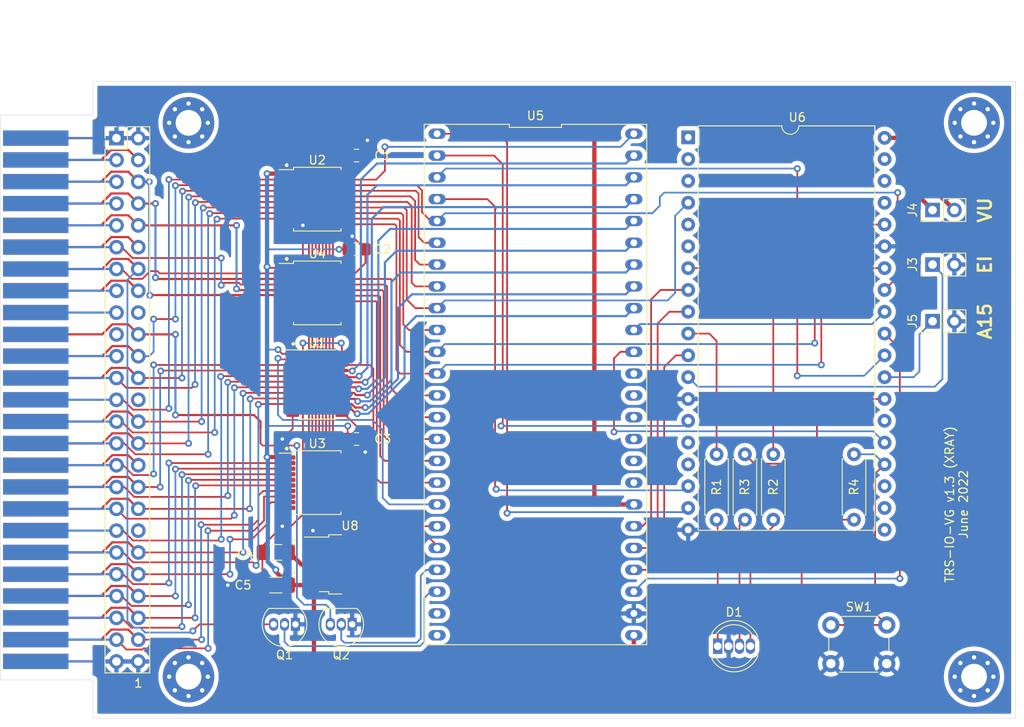
<source format=kicad_pcb>
(kicad_pcb (version 20211014) (generator pcbnew)
  (layers (0 "F.Cu" signal) (31 "B.Cu" signal) (34 "B.Paste" user) (35 "F.Paste" user) (36 "B.SilkS" user "B.Silkscreen") (37 "F.SilkS" user "F.Silkscreen") (38 "B.Mask" user) (39 "F.Mask" user) (44 "Edge.Cuts" user))
  (net 0 "")
  (net 1 "+5V")
  (net 2 "GND")
  (net 3 "+3V3")
  (net 7 "A10")
  (net 8 "A12")
  (net 9 "A13")
  (net 10 "A15")
  (net 11 "A11")
  (net 12 "A14")
  (net 13 "A8")
  (net 14 "PHANTOM")
  (net 15 "WR_N")
  (net 16 "PHOLD")
  (net 17 "RD_N")
  (net 18 "MREQ_N")
  (net 19 "A9")
  (net 20 "D4")
  (net 21 "M1_N")
  (net 22 "D7")
  (net 23 "INT_N")
  (net 24 "D1")
  (net 25 "RFSH")
  (net 26 "D6")
  (net 27 "A0")
  (net 28 "D3")
  (net 29 "A1")
  (net 30 "D5")
  (net 31 "D0")
  (net 32 "A4")
  (net 33 "D2")
  (net 34 "WAIT_N")
  (net 35 "A3")
  (net 36 "A5")
  (net 37 "A7")
  (net 38 "A6")
  (net 39 "5V")
  (net 40 "A2")
  (net 41 "WAIT")
  (net 42 "+1V8")
  (net 43 "EI")
  (net 44 "AA0_9")
  (net 45 "AA1_8")
  (net 46 "AA4_14")
  (net 47 "ESP_S0")
  (net 48 "ESP_S1")
  (net 49 "SCK")
  (net 50 "MOSI")
  (net 51 "AA3_11")
  (net 52 "AA5_15")
  (net 53 "AA7_13")
  (net 54 "AA6_12")
  (net 55 "AA2_10")
  (net 56 "READ_N")
  (net 57 "MISO")
  (net 58 "DD3")
  (net 59 "DD4")
  (net 60 "DD5")
  (net 61 "DD6")
  (net 62 "DD7")
  (net 63 "DD2")
  (net 64 "DD0")
  (net 65 "DD1")
  (net 66 "A1_MUX")
  (net 67 "A0_MUX")
  (net 76 "DBUS_SEL_N")
  (net 77 "BUTTON")
  (net 78 "LED_GREEN")
  (net 79 "LED_BLUE")
  (net 80 "LED_RED")
  (net 81 "Net-(D1-Pad4)")
  (net 82 "Net-(D1-Pad3)")
  (net 83 "Net-(D1-Pad1)")
  (net 85 "CS_SD_CARD")
  (net 87 "VU")
  (net 88 "FULL_ADDR")
  (net 89 "INT")
  (net 90 "DONE")
  (net 92 "CS_FPGA")
  (net 93 "ESP_S2")
  (net 96 "REQ")
  (net 101 "Z80_WR_N")
  (net 102 "Z80_RD_N")
  (net 103 "PHI")
  (net 105 "PHLDA")
  (net 117 "HALT")
  (net 118 "IORQ_N")
  (net 119 "CCDBS")
  (net 120 "DODBS")
  (net 121 "RESET")
  (net 122 "NMI")
  (net 127 "Z80_M1_N")
  (net 128 "Z80_MREQ_N")
  (net 129 "Z80_IOREQ_N")
  (footprint "MountingHole:MountingHole_3mm_Pad_Via" (layer "F.Cu") (at 124.714 60.96)
    (fp_text reference "H1" hide)
    (fp_text value "MountingHole")
  )
  (footprint "MountingHole:MountingHole_3mm_Pad_Via" (layer "F.Cu") (at 216.154 60.96)
    (fp_text reference "H2" hide)
    (fp_text value "MountingHole")
  )
  (footprint "MountingHole:MountingHole_3mm_Pad_Via" (layer "F.Cu") (at 124.714 125.476)
    (fp_text reference "H3" hide)
    (fp_text value "MountingHole")
  )
  (footprint "MountingHole:MountingHole_3mm_Pad_Via" (layer "F.Cu") (at 216.154 125.476)
    (fp_text reference "H4" hide)
    (fp_text value "MountingHole")
  )
  (footprint "Resistor_THT:R_Axial_DIN0207_L6.3mm_D2.5mm_P7.62mm_Horizontal" (layer "F.Cu") (at 186.182 99.568 -90)
    (fp_text reference "R1")
    (fp_text value "100")
  )
  (footprint "Resistor_THT:R_Axial_DIN0207_L6.3mm_D2.5mm_P7.62mm_Horizontal" (layer "F.Cu") (at 192.786 99.568 -90)
    (fp_text reference "R2")
    (fp_text value "100")
  )
  (footprint "Capacitor_SMD:C_0805_2012Metric_Pad1.18x1.45mm_HandSolder" (layer "F.Cu") (at 144.272 75.692)
    (fp_text reference "C2")
    (fp_text value "0.1uF")
  )
  (footprint "TRS-IO-M1:DIP-48_W22.9mm" (layer "F.Cu") (at 165.1 91.44 -90)
    (fp_text reference "U5")
    (fp_text value "Tango_Nano_9K")
  )
  (footprint "Package_SO:TSSOP-24_4.4x7.8mm_P0.65mm" (layer "F.Cu") (at 139.7 91.44)
    (fp_text reference "U1")
    (fp_text value "SN74LVCH8T245")
  )
  (footprint "Capacitor_SMD:C_0805_2012Metric_Pad1.18x1.45mm_HandSolder" (layer "F.Cu") (at 144.272 64.77)
    (fp_text reference "C1")
    (fp_text value "0.1uF")
  )
  (footprint "Package_TO_SOT_THT:TO-92_Inline" (layer "F.Cu") (at 143.764 119.38 180)
    (fp_text reference "Q2")
    (fp_text value "2N7000")
  )
  (footprint "Connector_PinHeader_2.54mm:PinHeader_1x02_P2.54mm_Vertical" (layer "F.Cu") (at 211.328 71.12 90)
    (fp_text reference "J4")
    (fp_text value "Conn_01x02_Male")
  )
  (footprint "Package_TO_SOT_SMD:TO-252-3_TabPin2" (layer "F.Cu") (at 143.51 112.395)
    (fp_text reference "U8")
    (fp_text value "LD1117DT18TR")
  )
  (footprint "TRS-IO-M1:DIP-38_W22.9mm" (layer "F.Cu") (at 182.88 62.645)
    (fp_text reference "U6")
    (fp_text value "HiLetgo-ESP-32S")
  )
  (footprint "Resistor_THT:R_Axial_DIN0207_L6.3mm_D2.5mm_P7.62mm_Horizontal" (layer "F.Cu") (at 202.184 107.188 90)
    (fp_text reference "R4")
    (fp_text value "4K7")
  )
  (footprint "TRS-IO:EDGE50" (layer "F.Cu") (at 106.934 84.963 -90)
    (fp_text reference "J1" hide)
    (fp_text value "Conn_02x25_Odd_Even")
  )
  (footprint "Connector_PinHeader_2.54mm:PinHeader_1x02_P2.54mm_Vertical" (layer "F.Cu") (at 211.328 84.074 90)
    (fp_text reference "J5")
    (fp_text value "Conn_01x02_Male")
  )
  (footprint "Capacitor_SMD:C_0805_2012Metric_Pad1.18x1.45mm_HandSolder" (layer "F.Cu") (at 144.272 97.79)
    (fp_text reference "C3")
    (fp_text value "0.1uF")
  )
  (footprint "Connector_PinHeader_2.54mm:PinHeader_1x02_P2.54mm_Vertical" (layer "F.Cu") (at 211.328 77.47 90)
    (fp_text reference "J3")
    (fp_text value "Conn_01x02_Male")
  )
  (footprint "Capacitor_SMD:C_1206_3216Metric_Pad1.33x1.80mm_HandSolder" (layer "F.Cu") (at 134.874 110.998 180)
    (fp_text reference "C4")
    (fp_text value "10u")
  )
  (footprint "Resistor_THT:R_Axial_DIN0207_L6.3mm_D2.5mm_P7.62mm_Horizontal" (layer "F.Cu") (at 189.484 99.568 -90)
    (fp_text reference "R3")
    (fp_text value "100")
  )
  (footprint "Package_SO:SSOP-20_5.3x7.2mm_P0.65mm" (layer "F.Cu") (at 139.7 69.85)
    (fp_text reference "U2")
    (fp_text value "74LVC245")
  )
  (footprint "LED_THT:LED_D5.0mm-4_RGB" (layer "F.Cu") (at 186.314 121.92)
    (fp_text reference "D1")
    (fp_text value "LED_RCBG")
  )
  (footprint "Package_SO:SSOP-20_5.3x7.2mm_P0.65mm" (layer "F.Cu") (at 139.7 102.87)
    (fp_text reference "U3")
    (fp_text value "74LVC245")
  )
  (footprint "Package_TO_SOT_THT:TO-92_Inline" (layer "F.Cu") (at 137.16 119.38 180)
    (fp_text reference "Q1")
    (fp_text value "2N7000")
  )
  (footprint "TRS-IO:Pin_Header_Straight_2x25_Pitch2.54mm" (layer "F.Cu") (at 116.327 62.743)
    (fp_text reference "J2" hide)
    (fp_text value "Conn_02x25_Odd_Even")
  )
  (footprint "Button_Switch_THT:SW_PUSH_6mm_H9.5mm" (layer "F.Cu") (at 205.994 123.952 180)
    (fp_text reference "SW1")
    (fp_text value "SW_Push")
  )
  (footprint "Package_SO:SSOP-20_5.3x7.2mm_P0.65mm" (layer "F.Cu") (at 139.7 80.772)
    (fp_text reference "U4")
    (fp_text value "74LVC245")
  )
  (footprint "Capacitor_SMD:C_1206_3216Metric_Pad1.33x1.80mm_HandSolder" (layer "F.Cu") (at 134.874 114.808 180)
    (fp_text reference "C5")
    (fp_text value "100u")
  )
  (gr_line (start 113.5888 130.302) (end 220.98 130.302) (layer "Edge.Cuts") (width 0.05))
  (gr_line (start 102.7938 125.857) (end 102.7938 60.071) (layer "Edge.Cuts") (width 0.05))
  (gr_line (start 113.5889 60.071) (end 113.5889 56.134) (layer "Edge.Cuts") (width 0.05))
  (gr_line (start 220.98 56.134) (end 220.98 130.302) (layer "Edge.Cuts") (width 0.05))
  (gr_line (start 113.589 56.134) (end 220.98 56.134) (layer "Edge.Cuts") (width 0.05))
  (gr_line (start 113.5888 125.857) (end 113.5888 130.302) (layer "Edge.Cuts") (width 0.05))
  (gr_line (start 102.7938 125.857) (end 113.5888 125.857) (layer "Edge.Cuts") (width 0.05))
  (gr_line (start 102.7938 60.071) (end 113.5888 60.071) (layer "Edge.Cuts") (width 0.05))
  (gr_text "." (at 136.144 98.298) (layer "F.SilkS") (effects (font (size 1.5 1.5) (thickness 0.3))))
  (gr_text "." (at 136.906 112.776) (layer "F.SilkS") (effects (font (size 1.5 1.5) (thickness 0.3))))
  (gr_text "." (at 136.144 65.278) (layer "F.SilkS") (effects (font (size 1.5 1.5) (thickness 0.3))))
  (gr_text "." (at 136.906 86.106) (layer "F.SilkS") (effects (font (size 1.5 1.5) (thickness 0.3))))
  (gr_text "EI" (at 217.424 77.47 90) (layer "F.SilkS") (effects (font (size 1.5 1.5) (thickness 0.3))))
  (gr_text "A15" (at 217.424 84.074 90) (layer "F.SilkS") (effects (font (size 1.5 1.5) (thickness 0.3))))
  (gr_text "." (at 136.906 108.966) (layer "F.SilkS") (effects (font (size 1.5 1.5) (thickness 0.3))))
  (gr_text "TRS-IO-VG v1.3 (XRAY)\nJune 2022" (at 214.122 105.41 90) (layer "F.SilkS") (effects (font (size 1 1))))
  (gr_text "1" (at 118.872 126.238) (layer "F.SilkS") (effects (font (size 1 1))))
  (gr_text "." (at 136.144 76.2) (layer "F.SilkS") (effects (font (size 1.5 1.5) (thickness 0.3))))
  (gr_text "VU" (at 217.424 71.12 90) (layer "F.SilkS") (effects (font (size 1.5 1.5) (thickness 0.3))))
  (segment (start 209.799 63.759) (end 209.799 69.591) (width 0.50038) (layer "F.Cu") (net 1))
  (segment (start 209.804 63.754) (end 209.799 63.759) (width 0.50038) (layer "F.Cu") (net 1))
  (segment (start 209.799 69.591) (end 211.328 71.12) (width 0.50038) (layer "F.Cu") (net 1))
  (segment (start 208.7585 62.7085) (end 209.804 63.754) (width 0.50038) (layer "F.Cu") (net 1))
  (segment (start 205.74 62.7085) (end 208.7585 62.7085) (width 0.50038) (layer "F.Cu") (net 1))
  (segment (start 133.3115 110.2745) (end 133.3115 110.998) (width 0.2) (layer "F.Cu") (net 2))
  (segment (start 135.636 107.95) (end 133.3115 110.2745) (width 0.2) (layer "F.Cu") (net 2))
  (segment (start 136.8375 94.365) (end 136.8375 95.015) (width 0.2) (layer "F.Cu") (net 2))
  (segment (start 145.3095 77.287861) (end 144.100361 78.497) (width 0.2) (layer "F.Cu") (net 2))
  (segment (start 144.100361 78.497) (end 143.2 78.497) (width 0.2) (layer "F.Cu") (net 2))
  (segment (start 116.322 62.738) (end 116.327 62.743) (width 0.25) (layer "F.Cu") (net 2))
  (segment (start 136.2 105.795) (end 136.2 107.386) (width 0.2) (layer "F.Cu") (net 2))
  (segment (start 139.31 108.576) (end 139.192 108.458) (width 0.2) (layer "F.Cu") (net 2))
  (segment (start 142.994259 95.015) (end 145.3095 97.330241) (width 0.2) (layer "F.Cu") (net 2))
  (segment (start 145.3095 64.77) (end 145.3095 63.2245) (width 0.2) (layer "F.Cu") (net 2))
  (segment (start 116.322 123.698) (end 116.327 123.703) (width 0.25) (layer "F.Cu") (net 2))
  (segment (start 145.3095 99.2925) (end 145.288 99.314) (width 0.2) (layer "F.Cu") (net 2))
  (segment (start 136.2 72.775) (end 137.906346 72.775) (width 0.2) (layer "F.Cu") (net 2))
  (segment (start 138.029346 82.768015) (end 138.029346 72.898) (width 0.2) (layer "F.Cu") (net 2))
  (segment (start 133.3115 114.808) (end 133.3115 110.998) (width 0.2) (layer "F.Cu") (net 2))
  (segment (start 133.3115 114.808) (end 129.286 114.808) (width 0.2) (layer "F.Cu") (net 2))
  (segment (start 145.3095 75.692) (end 145.288 75.692) (width 0.2) (layer "F.Cu") (net 2))
  (segment (start 136.8375 95.015) (end 136.8375 96.5885) (width 0.2) (layer "F.Cu") (net 2))
  (segment (start 106.934 62.738) (end 116.322 62.738) (width 0.25) (layer "F.Cu") (net 2))
  (segment (start 137.100361 83.697) (end 138.029346 82.768015) (width 0.2) (layer "F.Cu") (net 2))
  (segment (start 136.2 83.697) (end 137.100361 83.697) (width 0.2) (layer "F.Cu") (net 2))
  (segment (start 142.5625 95.015) (end 142.994259 95.015) (width 0.2) (layer "F.Cu") (net 2))
  (segment (start 139.31 110.115) (end 139.31 108.576) (width 0.2) (layer "F.Cu") (net 2))
  (segment (start 145.3095 97.330241) (end 145.3095 97.79) (width 0.2) (layer "F.Cu") (net 2))
  (segment (start 136.8375 96.5885) (end 135.636 97.79) (width 0.2) (layer "F.Cu") (net 2))
  (segment (start 145.3095 63.2245) (end 145.542 62.992) (width 0.2) (layer "F.Cu") (net 2))
  (segment (start 106.934 123.698) (end 116.322 123.698) (width 0.25) (layer "F.Cu") (net 2))
  (segment (start 145.3095 75.692) (end 145.3095 77.287861) (width 0.2) (layer "F.Cu") (net 2))
  (segment (start 145.288 75.692) (end 143.764 74.168) (width 0.2) (layer "F.Cu") (net 2))
  (segment (start 145.3095 97.79) (end 145.3095 99.2925) (width 0.2) (layer "F.Cu") (net 2))
  (segment (start 137.906346 72.775) (end 138.029346 72.898) (width 0.2) (layer "F.Cu") (net 2))
  (segment (start 136.2 107.386) (end 135.636 107.95) (width 0.2) (layer "F.Cu") (net 2))
  (via (at 129.286 114.808) (size 0.8) (drill 0.4) (layers "F.Cu" "B.Cu") (net 2))
  (via (at 145.542 62.992) (size 0.8) (drill 0.4) (layers "F.Cu" "B.Cu") (net 2))
  (via (at 143.764 74.168) (size 0.8) (drill 0.4) (layers "F.Cu" "B.Cu") (net 2))
  (via (at 135.636 97.79) (size 0.8) (drill 0.4) (layers "F.Cu" "B.Cu") (net 2))
  (via (at 145.288 99.314) (size 0.8) (drill 0.4) (layers "F.Cu" "B.Cu") (net 2))
  (via (at 138.029346 72.898) (size 0.8) (drill 0.4) (layers "F.Cu" "B.Cu") (net 2))
  (via (at 135.636 107.95) (size 0.8) (drill 0.4) (layers "F.Cu" "B.Cu") (net 2))
  (via (at 139.192 108.458) (size 0.8) (drill 0.4) (layers "F.Cu" "B.Cu") (net 2))
  (segment (start 116.327 62.743) (end 118.867 62.743) (width 0.25) (layer "B.Cu") (net 2))
  (segment (start 106.934 123.698) (end 116.322 123.698) (width 0.25) (layer "B.Cu") (net 2))
  (segment (start 116.327 123.703) (end 118.867 123.703) (width 0.25) (layer "B.Cu") (net 2))
  (segment (start 138.029346 73.767346) (end 138.029346 72.898) (width 0.2) (layer "B.Cu") (net 2))
  (segment (start 116.322 62.738) (end 116.327 62.743) (width 0.25) (layer "B.Cu") (net 2))
  (segment (start 106.934 62.738) (end 116.322 62.738) (width 0.25) (layer "B.Cu") (net 2))
  (segment (start 138.43 74.168) (end 138.029346 73.767346) (width 0.2) (layer "B.Cu") (net 2))
  (segment (start 116.322 123.698) (end 116.327 123.703) (width 0.25) (layer "B.Cu") (net 2))
  (segment (start 143.764 74.168) (end 138.43 74.168) (width 0.2) (layer "B.Cu") (net 2))
  (segment (start 143.2345 97.79) (end 143.2345 99.9105) (width 0.2) (layer "F.Cu") (net 3))
  (segment (start 140.208 123.952) (end 175.514 123.952) (width 0.50038) (layer "F.Cu") (net 3))
  (segment (start 136.4365 114.808) (end 139.177 114.808) (width 0.50038) (layer "F.Cu") (net 3))
  (segment (start 143.2345 66.8905) (end 143.2 66.925) (width 0.2) (layer "F.Cu") (net 3))
  (segment (start 136.2 77.847) (end 133.981 77.847) (width 0.2) (layer "F.Cu") (net 3))
  (segment (start 143.2345 96.2875) (end 143.256 96.266) (width 0.2) (layer "F.Cu") (net 3))
  (segment (start 143.2345 75.692) (end 142.24 75.692) (width 0.2) (layer "F.Cu") (net 3))
  (segment (start 196.088 107.95) (end 196.088 123.698) (width 0.2) (layer "F.Cu") (net 3))
  (segment (start 139.31 114.675) (end 139.31 123.054) (width 0.50038) (layer "F.Cu") (net 3))
  (segment (start 135.617 87.865) (end 135.128 87.376) (width 0.2) (layer "F.Cu") (net 3))
  (segment (start 136.2 66.925) (end 143.2 66.925) (width 0.2) (layer "F.Cu") (net 3))
  (segment (start 133.858 66.8755) (end 133.85821 66.87529) (width 0.50038) (layer "F.Cu") (net 3))
  (segment (start 139.177 114.808) (end 139.31 114.675) (width 0.50038) (layer "F.Cu") (net 3))
  (segment (start 143.2345 97.79) (end 143.2345 96.2875) (width 0.2) (layer "F.Cu") (net 3))
  (segment (start 143.2345 64.77) (end 143.2345 66.8905) (width 0.2) (layer "F.Cu") (net 3))
  (segment (start 139.31 123.054) (end 140.208 123.952) (width 0.50038) (layer "F.Cu") (net 3))
  (segment (start 133.858 99.8955) (end 133.85821 99.89529) (width 0.50038) (layer "F.Cu") (net 3))
  (segment (start 133.981 77.847) (end 133.858 77.724) (width 0.2) (layer "F.Cu") (net 3))
  (segment (start 136.8375 87.865) (end 135.617 87.865) (width 0.2) (layer "F.Cu") (net 3))
  (segment (start 177.292 124.206) (end 176.55 123.464) (width 0.2) (layer "F.Cu") (net 3))
  (segment (start 134.874 113.03) (end 134.874 113.2455) (width 0.50038) (layer "F.Cu") (net 3))
  (segment (start 196.088 123.698) (end 195.58 124.206) (width 0.2) (layer "F.Cu") (net 3))
  (segment (start 176.55 122.916) (end 176.55 122.662) (width 0.50038) (layer "F.Cu") (net 3))
  (segment (start 202.184 107.188) (end 196.85 107.188) (width 0.2) (layer "F.Cu") (net 3))
  (segment (start 176.55 123.464) (end 176.55 122.662) (width 0.2) (layer "F.Cu") (net 3))
  (segment (start 133.85821 99.89529) (end 135.613052 99.89529) (width 0.50038) (layer "F.Cu") (net 3))
  (segment (start 143.2345 99.9105) (end 143.2 99.945) (width 0.2) (layer "F.Cu") (net 3))
  (segment (start 196.85 107.188) (end 196.088 107.95) (width 0.2) (layer "F.Cu") (net 3))
  (segment (start 175.514 123.952) (end 176.55 122.916) (width 0.50038) (layer "F.Cu") (net 3))
  (segment (start 143.2345 75.692) (end 143.2345 77.8125) (width 0.2) (layer "F.Cu") (net 3))
  (segment (start 134.874 113.2455) (end 136.4365 114.808) (width 0.50038) (layer "F.Cu") (net 3))
  (segment (start 133.85821 66.87529) (end 135.613052 66.87529) (width 0.50038) (layer "F.Cu") (net 3))
  (segment (start 176.55 122.662) (end 176.55 120.65) (width 0.50038) (layer "F.Cu") (net 3))
  (segment (start 195.58 124.206) (end 177.292 124.206) (width 0.2) (layer "F.Cu") (net 3))
  (segment (start 143.2345 77.8125) (end 143.2 77.847) (width 0.2) (layer "F.Cu") (net 3))
  (via (at 143.256 96.266) (size 0.8) (drill 0.4) (layers "F.Cu" "B.Cu") (net 3))
  (via (at 133.858 77.724) (size 0.8) (drill 0.4) (layers "F.Cu" "B.Cu") (net 3))
  (via (at 133.858 66.8755) (size 0.8) (drill 0.4) (layers "F.Cu" "B.Cu") (net 3))
  (via (at 135.128 87.376) (size 0.8) (drill 0.4) (layers "F.Cu" "B.Cu") (net 3))
  (via (at 142.24 75.692) (size 0.8) (drill 0.4) (layers "F.Cu" "B.Cu") (net 3))
  (via (at 133.858 99.8955) (size 0.8) (drill 0.4) (layers "F.Cu" "B.Cu") (net 3))
  (via (at 134.874 113.03) (size 0.8) (drill 0.4) (layers "F.Cu" "B.Cu") (net 3))
  (segment (start 143.256 96.266) (end 133.858 96.266) (width 0.2) (layer "B.Cu") (net 3))
  (segment (start 133.858 87.376) (end 133.858 77.724) (width 0.50038) (layer "B.Cu") (net 3))
  (segment (start 133.858 73.66) (end 133.858 66.8755) (width 0.50038) (layer "B.Cu") (net 3))
  (segment (start 134.112 75.692) (end 133.858 75.946) (width 0.2) (layer "B.Cu") (net 3))
  (segment (start 133.858 77.724) (end 133.858 77.216) (width 0.50038) (layer "B.Cu") (net 3))
  (segment (start 133.858 77.216) (end 133.858 75.946) (width 0.50038) (layer "B.Cu") (net 3))
  (segment (start 133.858 75.946) (end 133.858 73.66) (width 0.50038) (layer "B.Cu") (net 3))
  (segment (start 133.945701 99.983201) (end 133.945701 112.101701) (width 0.50038) (layer "B.Cu") (net 3))
  (segment (start 133.858 96.266) (end 133.858 99.8955) (width 0.50038) (layer "B.Cu") (net 3))
  (segment (start 133.858 87.884) (end 133.858 96.266) (width 0.50038) (layer "B.Cu") (net 3))
  (segment (start 142.24 75.692) (end 134.112 75.692) (width 0.2) (layer "B.Cu") (net 3))
  (segment (start 133.858 99.8955) (end 133.945701 99.983201) (width 0.50038) (layer "B.Cu") (net 3))
  (segment (start 135.128 87.376) (end 133.858 87.376) (width 0.2) (layer "B.Cu") (net 3))
  (segment (start 133.858 87.884) (end 133.858 87.376) (width 0.50038) (layer "B.Cu") (net 3))
  (segment (start 133.945701 112.101701) (end 134.874 113.03) (width 0.50038) (layer "B.Cu") (net 3))
  (segment (start 118.248511 94.372511) (end 117.099 93.223) (width 0.2) (layer "F.Cu") (net 7))
  (segment (start 122.439 67.575) (end 122.428 67.564) (width 0.2) (layer "F.Cu") (net 7))
  (segment (start 122.289489 94.372511) (end 118.248511 94.372511) (width 0.2) (layer "F.Cu") (net 7))
  (segment (start 122.428 94.234) (end 122.289489 94.372511) (width 0.2) (layer "F.Cu") (net 7))
  (segment (start 117.099 93.223) (end 116.327 93.223) (width 0.2) (layer "F.Cu") (net 7))
  (segment (start 136.2 67.575) (end 122.439 67.575) (width 0.2) (layer "F.Cu") (net 7))
  (via (at 122.428 94.234) (size 0.8) (drill 0.4) (layers "F.Cu" "B.Cu") (net 7))
  (via (at 122.428 67.564) (size 0.8) (drill 0.4) (layers "F.Cu" "B.Cu") (net 7))
  (segment (start 106.934 93.218) (end 116.322 93.218) (width 0.25) (layer "B.Cu") (net 7))
  (segment (start 122.428 67.564) (end 122.428 94.234) (width 0.2) (layer "B.Cu") (net 7))
  (segment (start 116.322 93.218) (end 116.327 93.223) (width 0.25) (layer "B.Cu") (net 7))
  (segment (start 123.19 83.82) (end 120.65 83.82) (width 0.2) (layer "F.Cu") (net 8))
  (segment (start 123.2395 68.225) (end 123.19 68.2745) (width 0.2) (layer "F.Cu") (net 8))
  (segment (start 136.2 68.225) (end 123.2395 68.225) (width 0.2) (layer "F.Cu") (net 8))
  (segment (start 114.67099 88.138) (end 115.840501 86.968489) (width 0.25) (layer "F.Cu") (net 8))
  (segment (start 115.840501 86.968489) (end 117.692489 86.968489) (width 0.25) (layer "F.Cu") (net 8))
  (segment (start 106.934 88.138) (end 114.67099 88.138) (width 0.25) (layer "F.Cu") (net 8))
  (segment (start 117.692489 86.968489) (end 118.867 88.143) (width 0.25) (layer "F.Cu") (net 8))
  (via (at 123.19 68.2745) (size 0.8) (drill 0.4) (layers "F.Cu" "B.Cu") (net 8))
  (via (at 120.65 83.82) (size 0.8) (drill 0.4) (layers "F.Cu" "B.Cu") (net 8))
  (via (at 123.19 83.82) (size 0.8) (drill 0.4) (layers "F.Cu" "B.Cu") (net 8))
  (segment (start 120.65 87.63) (end 120.137 88.143) (width 0.2) (layer "B.Cu") (net 8))
  (segment (start 123.19 68.2745) (end 123.19 83.82) (width 0.2) (layer "B.Cu") (net 8))
  (segment (start 120.137 88.143) (end 118.867 88.143) (width 0.2) (layer "B.Cu") (net 8))
  (segment (start 120.65 83.82) (end 120.65 87.63) (width 0.2) (layer "B.Cu") (net 8))
  (segment (start 136.2 68.875) (end 124.073631 68.875) (width 0.2) (layer "F.Cu") (net 9))
  (segment (start 115.723511 89.508489) (end 117.692489 89.508489) (width 0.25) (layer "F.Cu") (net 9))
  (segment (start 114.554 90.678) (end 115.723511 89.508489) (width 0.25) (layer "F.Cu") (net 9))
  (segment (start 123.947 90.683) (end 118.867 90.683) (width 0.2) (layer "F.Cu") (net 9))
  (segment (start 117.692489 89.508489) (end 118.867 90.683) (width 0.25) (layer "F.Cu") (net 9))
  (segment (start 106.934 90.678) (end 114.554 90.678) (width 0.25) (layer "F.Cu") (net 9))
  (segment (start 124.073631 68.875) (end 124.024131 68.9245) (width 0.2) (layer "F.Cu") (net 9))
  (segment (start 123.952 90.678) (end 123.947 90.683) (width 0.2) (layer "F.Cu") (net 9))
  (via (at 124.024131 68.9245) (size 0.8) (drill 0.4) (layers "F.Cu" "B.Cu") (net 9))
  (via (at 123.952 90.678) (size 0.8) (drill 0.4) (layers "F.Cu" "B.Cu") (net 9))
  (segment (start 123.952 68.996631) (end 123.952 90.678) (width 0.2) (layer "B.Cu") (net 9))
  (segment (start 124.024131 68.9245) (end 123.952 68.996631) (width 0.2) (layer "B.Cu") (net 9))
  (segment (start 124.709 98.303) (end 118.867 98.303) (width 0.2) (layer "F.Cu") (net 10))
  (segment (start 117.692489 97.128489) (end 118.867 98.303) (width 0.25) (layer "F.Cu") (net 10))
  (segment (start 124.836897 69.525) (end 124.743885 69.618012) (width 0.2) (layer "F.Cu") (net 10))
  (segment (start 115.840501 97.128489) (end 117.692489 97.128489) (width 0.25) (layer "F.Cu") (net 10))
  (segment (start 124.714 98.298) (end 124.709 98.303) (width 0.2) (layer "F.Cu") (net 10))
  (segment (start 106.934 98.298) (end 114.67099 98.298) (width 0.25) (layer "F.Cu") (net 10))
  (segment (start 114.67099 98.298) (end 115.840501 97.128489) (width 0.25) (layer "F.Cu") (net 10))
  (segment (start 136.2 69.525) (end 124.836897 69.525) (width 0.2) (layer "F.Cu") (net 10))
  (via (at 124.714 98.298) (size 0.8) (drill 0.4) (layers "F.Cu" "B.Cu") (net 10))
  (via (at 124.743885 69.618012) (size 0.8) (drill 0.4) (layers "F.Cu" "B.Cu") (net 10))
  (segment (start 124.714 69.647897) (end 124.714 98.298) (width 0.2) (layer "B.Cu") (net 10))
  (segment (start 124.743885 69.618012) (end 124.714 69.647897) (width 0.2) (layer "B.Cu") (net 10))
  (segment (start 136.2 70.175) (end 125.594223 70.175) (width 0.2) (layer "F.Cu") (net 11))
  (segment (start 125.594223 70.175) (end 125.513586 70.255637) (width 0.2) (layer "F.Cu") (net 11))
  (segment (start 125.476 91.44) (end 125.083489 91.832511) (width 0.2) (layer "F.Cu") (net 11))
  (segment (start 125.083489 91.832511) (end 117.476511 91.832511) (width 0.2) (layer "F.Cu") (net 11))
  (segment (start 117.476511 91.832511) (end 116.327 90.683) (width 0.2) (layer "F.Cu") (net 11))
  (via (at 125.476 91.44) (size 0.8) (drill 0.4) (layers "F.Cu" "B.Cu") (net 11))
  (via (at 125.513586 70.255637) (size 0.8) (drill 0.4) (layers "F.Cu" "B.Cu") (net 11))
  (segment (start 125.513586 70.255637) (end 125.476 70.293223) (width 0.2) (layer "B.Cu") (net 11))
  (segment (start 116.322 90.678) (end 116.327 90.683) (width 0.25) (layer "B.Cu") (net 11))
  (segment (start 125.476 70.293223) (end 125.476 91.44) (width 0.2) (layer "B.Cu") (net 11))
  (segment (start 106.934 90.678) (end 116.322 90.678) (width 0.25) (layer "B.Cu") (net 11))
  (segment (start 117.692489 94.588489) (end 118.867 95.763) (width 0.25) (layer "F.Cu") (net 12))
  (segment (start 126.238 95.758) (end 126.233 95.763) (width 0.2) (layer "F.Cu") (net 12))
  (segment (start 126.233 95.763) (end 118.867 95.763) (width 0.2) (layer "F.Cu") (net 12))
  (segment (start 115.840501 94.588489) (end 117.692489 94.588489) (width 0.25) (layer "F.Cu") (net 12))
  (segment (start 126.47788 70.825) (end 126.42838 70.8745) (width 0.2) (layer "F.Cu") (net 12))
  (segment (start 106.934 95.758) (end 114.67099 95.758) (width 0.25) (layer "F.Cu") (net 12))
  (segment (start 136.2 70.825) (end 126.47788 70.825) (width 0.2) (layer "F.Cu") (net 12))
  (segment (start 114.67099 95.758) (end 115.840501 94.588489) (width 0.25) (layer "F.Cu") (net 12))
  (via (at 126.42838 70.8745) (size 0.8) (drill 0.4) (layers "F.Cu" "B.Cu") (net 12))
  (via (at 126.238 95.758) (size 0.8) (drill 0.4) (layers "F.Cu" "B.Cu") (net 12))
  (segment (start 126.238 71.06488) (end 126.238 95.758) (width 0.2) (layer "B.Cu") (net 12))
  (segment (start 126.42838 70.8745) (end 126.238 71.06488) (width 0.2) (layer "B.Cu") (net 12))
  (segment (start 118.506345 99.568) (end 117.241345 98.303) (width 0.2) (layer "F.Cu") (net 13))
  (segment (start 136.2 71.475) (end 127.238196 71.475) (width 0.2) (layer "F.Cu") (net 13))
  (segment (start 117.241345 98.303) (end 116.327 98.303) (width 0.2) (layer "F.Cu") (net 13))
  (segment (start 127 99.568) (end 118.506345 99.568) (width 0.2) (layer "F.Cu") (net 13))
  (segment (start 127.238196 71.475) (end 127.181017 71.532179) (width 0.2) (layer "F.Cu") (net 13))
  (via (at 127 99.568) (size 0.8) (drill 0.4) (layers "F.Cu" "B.Cu") (net 13))
  (via (at 127.181017 71.532179) (size 0.8) (drill 0.4) (layers "F.Cu" "B.Cu") (net 13))
  (segment (start 127.181017 71.532179) (end 127 71.713196) (width 0.2) (layer "B.Cu") (net 13))
  (segment (start 106.934 98.298) (end 116.322 98.298) (width 0.25) (layer "B.Cu") (net 13))
  (segment (start 116.322 98.298) (end 116.327 98.303) (width 0.25) (layer "B.Cu") (net 13))
  (segment (start 127 71.713196) (end 127 99.568) (width 0.2) (layer "B.Cu") (net 13))
  (segment (start 106.934 80.518) (end 114.554 80.518) (width 0.25) (layer "F.Cu") (net 14))
  (segment (start 115.723511 79.348489) (end 117.692489 79.348489) (width 0.25) (layer "F.Cu") (net 14))
  (segment (start 114.554 80.518) (end 115.723511 79.348489) (width 0.25) (layer "F.Cu") (net 14))
  (segment (start 117.692489 79.348489) (end 118.867 80.523) (width 0.25) (layer "F.Cu") (net 14))
  (segment (start 130.791239 79.797) (end 130.591748 79.597509) (width 0.2) (layer "F.Cu") (net 15))
  (segment (start 130.591748 79.597509) (end 128.797991 79.597509) (width 0.2) (layer "F.Cu") (net 15))
  (segment (start 136.2 79.797) (end 130.791239 79.797) (width 0.2) (layer "F.Cu") (net 15))
  (segment (start 118.192362 76.708) (end 116.927362 75.443) (width 0.2) (layer "F.Cu") (net 15))
  (segment (start 128.797991 79.597509) (end 128.524 79.8715) (width 0.2) (layer "F.Cu") (net 15))
  (segment (start 116.927362 75.443) (end 116.327 75.443) (width 0.2) (layer "F.Cu") (net 15))
  (segment (start 128.524 76.708) (end 118.192362 76.708) (width 0.2) (layer "F.Cu") (net 15))
  (via (at 128.524 79.8715) (size 0.8) (drill 0.4) (layers "F.Cu" "B.Cu") (net 15))
  (via (at 128.524 76.708) (size 0.8) (drill 0.4) (layers "F.Cu" "B.Cu") (net 15))
  (segment (start 106.934 75.438) (end 116.322 75.438) (width 0.25) (layer "B.Cu") (net 15))
  (segment (start 128.524 79.8715) (end 128.524 76.708) (width 0.2) (layer "B.Cu") (net 15))
  (segment (start 116.322 75.438) (end 116.327 75.443) (width 0.25) (layer "B.Cu") (net 15))
  (segment (start 115.723511 74.268489) (end 117.692489 74.268489) (width 0.25) (layer "F.Cu") (net 16))
  (segment (start 106.934 75.438) (end 114.554 75.438) (width 0.25) (layer "F.Cu") (net 16))
  (segment (start 114.554 75.438) (end 115.723511 74.268489) (width 0.25) (layer "F.Cu") (net 16))
  (segment (start 117.692489 74.268489) (end 118.867 75.443) (width 0.25) (layer "F.Cu") (net 16))
  (segment (start 130.297 72.903) (end 130.302 72.898) (width 0.25) (layer "F.Cu") (net 17))
  (segment (start 106.934 72.898) (end 114.554 72.898) (width 0.25) (layer "F.Cu") (net 17))
  (segment (start 115.723511 71.728489) (end 117.692489 71.728489) (width 0.25) (layer "F.Cu") (net 17))
  (segment (start 117.692489 71.728489) (end 118.867 72.903) (width 0.25) (layer "F.Cu") (net 17))
  (segment (start 114.554 72.898) (end 115.723511 71.728489) (width 0.25) (layer "F.Cu") (net 17))
  (segment (start 130.302 80.29702) (end 130.45198 80.447) (width 0.25) (layer "F.Cu") (net 17))
  (segment (start 118.867 72.903) (end 130.297 72.903) (width 0.25) (layer "F.Cu") (net 17))
  (segment (start 130.45198 80.447) (end 136.2 80.447) (width 0.25) (layer "F.Cu") (net 17))
  (via (at 130.302 80.29702) (size 0.8) (drill 0.4) (layers "F.Cu" "B.Cu") (net 17))
  (via (at 130.302 72.898) (size 0.8) (drill 0.4) (layers "F.Cu" "B.Cu") (net 17))
  (segment (start 130.302 72.898) (end 130.302 80.29702) (width 0.25) (layer "B.Cu") (net 17))
  (segment (start 120.8665 78.994) (end 121.0195 79.147) (width 0.25) (layer "F.Cu") (net 18))
  (segment (start 120.8615 70.363) (end 120.8665 70.358) (width 0.25) (layer "F.Cu") (net 18))
  (segment (start 115.723511 69.188489) (end 117.692489 69.188489) (width 0.25) (layer "F.Cu") (net 18))
  (segment (start 121.0195 79.147) (end 136.2 79.147) (width 0.25) (layer "F.Cu") (net 18))
  (segment (start 106.934 70.358) (end 114.554 70.358) (width 0.25) (layer "F.Cu") (net 18))
  (segment (start 114.554 70.358) (end 115.723511 69.188489) (width 0.25) (layer "F.Cu") (net 18))
  (segment (start 117.692489 69.188489) (end 118.867 70.363) (width 0.25) (layer "F.Cu") (net 18))
  (segment (start 118.867 70.363) (end 120.8615 70.363) (width 0.25) (layer "F.Cu") (net 18))
  (via (at 120.8665 78.994) (size 0.8) (drill 0.4) (layers "F.Cu" "B.Cu") (net 18))
  (via (at 120.8665 70.358) (size 0.8) (drill 0.4) (layers "F.Cu" "B.Cu") (net 18))
  (segment (start 120.8665 70.358) (end 120.8665 78.994) (width 0.25) (layer "B.Cu") (net 18))
  (segment (start 127.762 97.028) (end 118.192362 97.028) (width 0.2) (layer "F.Cu") (net 19))
  (segment (start 116.927362 95.763) (end 116.327 95.763) (width 0.2) (layer "F.Cu") (net 19))
  (segment (start 136.2 72.125) (end 128.07955 72.125) (width 0.2) (layer "F.Cu") (net 19))
  (segment (start 128.07955 72.125) (end 128.03005 72.1745) (width 0.2) (layer "F.Cu") (net 19))
  (segment (start 118.192362 97.028) (end 116.927362 95.763) (width 0.2) (layer "F.Cu") (net 19))
  (via (at 127.762 97.028) (size 0.8) (drill 0.4) (layers "F.Cu" "B.Cu") (net 19))
  (via (at 128.03005 72.1745) (size 0.8) (drill 0.4) (layers "F.Cu" "B.Cu") (net 19))
  (segment (start 128.03005 72.1745) (end 127.762 72.44255) (width 0.2) (layer "B.Cu") (net 19))
  (segment (start 127.762 72.44255) (end 127.762 97.028) (width 0.2) (layer "B.Cu") (net 19))
  (segment (start 116.322 95.758) (end 116.327 95.763) (width 0.25) (layer "B.Cu") (net 19))
  (segment (start 106.934 95.758) (end 116.322 95.758) (width 0.25) (layer "B.Cu") (net 19))
  (segment (start 118.248511 101.992511) (end 117.099 100.843) (width 0.2) (layer "F.Cu") (net 20))
  (segment (start 120.65 101.854) (end 120.511489 101.992511) (width 0.2) (layer "F.Cu") (net 20))
  (segment (start 120.511489 101.992511) (end 118.248511 101.992511) (width 0.2) (layer "F.Cu") (net 20))
  (segment (start 136.8375 89.165) (end 120.661 89.165) (width 0.2) (layer "F.Cu") (net 20))
  (segment (start 117.099 100.843) (end 116.327 100.843) (width 0.2) (layer "F.Cu") (net 20))
  (segment (start 120.661 89.165) (end 120.65 89.154) (width 0.2) (layer "F.Cu") (net 20))
  (via (at 120.65 101.854) (size 0.8) (drill 0.4) (layers "F.Cu" "B.Cu") (net 20))
  (via (at 120.65 89.154) (size 0.8) (drill 0.4) (layers "F.Cu" "B.Cu") (net 20))
  (segment (start 120.65 89.154) (end 120.65 101.854) (width 0.2) (layer "B.Cu") (net 20))
  (segment (start 106.934 100.838) (end 116.322 100.838) (width 0.25) (layer "B.Cu") (net 20))
  (segment (start 116.322 100.838) (end 116.327 100.843) (width 0.25) (layer "B.Cu") (net 20))
  (segment (start 106.934 67.818) (end 114.554 67.818) (width 0.25) (layer "F.Cu") (net 21))
  (segment (start 120.215367 81.054944) (end 120.248791 81.02152) (width 0.25) (layer "F.Cu") (net 21))
  (segment (start 120.248791 81.02152) (end 136.12452 81.02152) (width 0.25) (layer "F.Cu") (net 21))
  (segment (start 114.554 67.818) (end 115.723511 66.648489) (width 0.25) (layer "F.Cu") (net 21))
  (segment (start 117.692489 66.648489) (end 118.867 67.823) (width 0.25) (layer "F.Cu") (net 21))
  (segment (start 120.137 67.823) (end 120.142 67.818) (width 0.25) (layer "F.Cu") (net 21))
  (segment (start 136.12452 81.02152) (end 136.2 81.097) (width 0.25) (layer "F.Cu") (net 21))
  (segment (start 118.867 67.823) (end 120.137 67.823) (width 0.25) (layer "F.Cu") (net 21))
  (segment (start 115.723511 66.648489) (end 117.692489 66.648489) (width 0.25) (layer "F.Cu") (net 21))
  (via (at 120.215367 81.054944) (size 0.8) (drill 0.4) (layers "F.Cu" "B.Cu") (net 21))
  (via (at 120.142 67.818) (size 0.8) (drill 0.4) (layers "F.Cu" "B.Cu") (net 21))
  (segment (start 120.142 67.818) (end 120.142 80.981577) (width 0.25) (layer "B.Cu") (net 21))
  (segment (start 120.142 80.981577) (end 120.215367 81.054944) (width 0.25) (layer "B.Cu") (net 21))
  (segment (start 114.67099 103.378) (end 115.840501 102.208489) (width 0.25) (layer "F.Cu") (net 22))
  (segment (start 121.412 103.378) (end 121.407 103.383) (width 0.2) (layer "F.Cu") (net 22))
  (segment (start 121.531136 89.815) (end 121.481636 89.8645) (width 0.2) (layer "F.Cu") (net 22))
  (segment (start 115.840501 102.208489) (end 117.692489 102.208489) (width 0.25) (layer "F.Cu") (net 22))
  (segment (start 106.934 103.378) (end 114.67099 103.378) (width 0.25) (layer "F.Cu") (net 22))
  (segment (start 117.692489 102.208489) (end 118.867 103.383) (width 0.25) (layer "F.Cu") (net 22))
  (segment (start 136.8375 89.815) (end 121.531136 89.815) (width 0.2) (layer "F.Cu") (net 22))
  (segment (start 121.407 103.383) (end 118.867 103.383) (width 0.2) (layer "F.Cu") (net 22))
  (via (at 121.412 103.378) (size 0.8) (drill 0.4) (layers "F.Cu" "B.Cu") (net 22))
  (via (at 121.481636 89.8645) (size 0.8) (drill 0.4) (layers "F.Cu" "B.Cu") (net 22))
  (segment (start 121.481636 89.8645) (end 121.412 89.934136) (width 0.2) (layer "B.Cu") (net 22))
  (segment (start 121.412 89.934136) (end 121.412 103.378) (width 0.2) (layer "B.Cu") (net 22))
  (segment (start 133.35 98.552) (end 133.096 98.298) (width 0.2) (layer "F.Cu") (net 23))
  (segment (start 133.096 98.298) (end 133.096 96.52) (width 0.2) (layer "F.Cu") (net 23))
  (segment (start 123.19 94.996) (end 132.334 94.996) (width 0.25) (layer "F.Cu") (net 23))
  (segment (start 106.934 85.598) (end 114.67099 85.598) (width 0.25) (layer "F.Cu") (net 23))
  (segment (start 114.67099 85.598) (end 115.840501 84.428489) (width 0.25) (layer "F.Cu") (net 23))
  (segment (start 115.840501 84.428489) (end 117.692489 84.428489) (width 0.25) (layer "F.Cu") (net 23))
  (segment (start 123.185 85.603) (end 123.19 85.598) (width 0.25) (layer "F.Cu") (net 23))
  (segment (start 132.334 94.996) (end 133.096 95.758) (width 0.25) (layer "F.Cu") (net 23))
  (segment (start 133.096 95.758) (end 133.096 96.52) (width 0.25) (layer "F.Cu") (net 23))
  (segment (start 118.867 85.603) (end 123.185 85.603) (width 0.25) (layer "F.Cu") (net 23))
  (segment (start 137.329846 98.552) (end 133.35 98.552) (width 0.2) (layer "F.Cu") (net 23))
  (segment (start 117.692489 84.428489) (end 118.867 85.603) (width 0.25) (layer "F.Cu") (net 23))
  (via (at 137.329846 98.552) (size 0.8) (drill 0.4) (layers "F.Cu" "B.Cu") (net 23))
  (via (at 123.19 85.598) (size 0.8) (drill 0.4) (layers "F.Cu" "B.Cu") (net 23))
  (via (at 123.19 94.996) (size 0.8) (drill 0.4) (layers "F.Cu" "B.Cu") (net 23))
  (segment (start 140.716 117.094) (end 141.224 117.602) (width 0.2) (layer "B.Cu") (net 23))
  (segment (start 123.19 85.598) (end 123.19 94.996) (width 0.25) (layer "B.Cu") (net 23))
  (segment (start 137.329846 116.247846) (end 138.176 117.094) (width 0.2) (layer "B.Cu") (net 23))
  (segment (start 141.224 117.602) (end 141.224 119.38) (width 0.2) (layer "B.Cu") (net 23))
  (segment (start 137.329846 98.552) (end 137.329846 116.247846) (width 0.2) (layer "B.Cu") (net 23))
  (segment (start 138.176 117.094) (end 140.716 117.094) (width 0.2) (layer "B.Cu") (net 23))
  (segment (start 136.8375 90.465) (end 128.511 90.465) (width 0.2) (layer "F.Cu") (net 24))
  (segment (start 128.385489 109.612511) (end 118.248511 109.612511) (width 0.2) (layer "F.Cu") (net 24))
  (segment (start 118.248511 109.612511) (end 117.099 108.463) (width 0.2) (layer "F.Cu") (net 24))
  (segment (start 117.099 108.463) (end 116.327 108.463) (width 0.2) (layer "F.Cu") (net 24))
  (segment (start 128.511 90.465) (end 128.4615 90.5145) (width 0.2) (layer "F.Cu") (net 24))
  (segment (start 128.524 109.474) (end 128.385489 109.612511) (width 0.2) (layer "F.Cu") (net 24))
  (via (at 128.4615 90.5145) (size 0.8) (drill 0.4) (layers "F.Cu" "B.Cu") (net 24))
  (via (at 128.524 109.474) (size 0.8) (drill 0.4) (layers "F.Cu" "B.Cu") (net 24))
  (segment (start 128.524 90.577) (end 128.524 109.474) (width 0.2) (layer "B.Cu") (net 24))
  (segment (start 128.4615 90.5145) (end 128.524 90.577) (width 0.2) (layer "B.Cu") (net 24))
  (segment (start 116.322 108.458) (end 116.327 108.463) (width 0.25) (layer "B.Cu") (net 24))
  (segment (start 106.934 108.458) (end 116.322 108.458) (width 0.25) (layer "B.Cu") (net 24))
  (segment (start 117.692489 64.108489) (end 118.867 65.283) (width 0.25) (layer "F.Cu") (net 25))
  (segment (start 106.934 65.278) (end 114.554 65.278) (width 0.25) (layer "F.Cu") (net 25))
  (segment (start 115.723511 64.108489) (end 117.692489 64.108489) (width 0.25) (layer "F.Cu") (net 25))
  (segment (start 114.554 65.278) (end 115.723511 64.108489) (width 0.25) (layer "F.Cu") (net 25))
  (segment (start 129.147489 104.532511) (end 118.390856 104.532511) (width 0.2) (layer "F.Cu") (net 26))
  (segment (start 129.286 104.394) (end 129.147489 104.532511) (width 0.2) (layer "F.Cu") (net 26))
  (segment (start 129.357 91.115) (end 129.286 91.186) (width 0.2) (layer "F.Cu") (net 26))
  (segment (start 136.8375 91.115) (end 129.357 91.115) (width 0.2) (layer "F.Cu") (net 26))
  (segment (start 117.241345 103.383) (end 116.327 103.383) (width 0.2) (layer "F.Cu") (net 26))
  (segment (start 118.390856 104.532511) (end 117.241345 103.383) (width 0.2) (layer "F.Cu") (net 26))
  (via (at 129.286 104.394) (size 0.8) (drill 0.4) (layers "F.Cu" "B.Cu") (net 26))
  (via (at 129.286 91.186) (size 0.8) (drill 0.4) (layers "F.Cu" "B.Cu") (net 26))
  (segment (start 116.322 103.378) (end 116.327 103.383) (width 0.25) (layer "B.Cu") (net 26))
  (segment (start 129.286 91.186) (end 129.286 104.394) (width 0.2) (layer "B.Cu") (net 26))
  (segment (start 106.934 103.378) (end 116.322 103.378) (width 0.25) (layer "B.Cu") (net 26))
  (segment (start 117.099 113.543) (end 116.327 113.543) (width 0.2) (layer "F.Cu") (net 27))
  (segment (start 136.2 100.595) (end 122.439 100.595) (width 0.2) (layer "F.Cu") (net 27))
  (segment (start 122.439 100.595) (end 122.428 100.584) (width 0.2) (layer "F.Cu") (net 27))
  (segment (start 122.428 114.554) (end 122.289489 114.692511) (width 0.2) (layer "F.Cu") (net 27))
  (segment (start 118.248511 114.692511) (end 117.099 113.543) (width 0.2) (layer "F.Cu") (net 27))
  (segment (start 122.289489 114.692511) (end 118.248511 114.692511) (width 0.2) (layer "F.Cu") (net 27))
  (via (at 122.428 114.554) (size 0.8) (drill 0.4) (layers "F.Cu" "B.Cu") (net 27))
  (via (at 122.428 100.584) (size 0.8) (drill 0.4) (layers "F.Cu" "B.Cu") (net 27))
  (segment (start 122.428 100.584) (end 122.428 114.554) (width 0.2) (layer "B.Cu") (net 27))
  (segment (start 116.322 113.538) (end 116.327 113.543) (width 0.25) (layer "B.Cu") (net 27))
  (segment (start 106.934 113.538) (end 116.322 113.538) (width 0.25) (layer "B.Cu") (net 27))
  (segment (start 130.048 106.68) (end 129.655489 107.072511) (width 0.2) (layer "F.Cu") (net 28))
  (segment (start 136.8375 91.765) (end 130.11404 91.765) (width 0.2) (layer "F.Cu") (net 28))
  (segment (start 117.476511 107.072511) (end 116.327 105.923) (width 0.2) (layer "F.Cu") (net 28))
  (segment (start 129.655489 107.072511) (end 117.476511 107.072511) (width 0.2) (layer "F.Cu") (net 28))
  (segment (start 130.11404 91.765) (end 130.057064 91.821976) (width 0.2) (layer "F.Cu") (net 28))
  (via (at 130.057064 91.821976) (size 0.8) (drill 0.4) (layers "F.Cu" "B.Cu") (net 28))
  (via (at 130.048 106.68) (size 0.8) (drill 0.4) (layers "F.Cu" "B.Cu") (net 28))
  (segment (start 130.048 91.83104) (end 130.048 106.68) (width 0.2) (layer "B.Cu") (net 28))
  (segment (start 116.322 105.918) (end 116.327 105.923) (width 0.25) (layer "B.Cu") (net 28))
  (segment (start 106.934 105.918) (end 116.322 105.918) (width 0.25) (layer "B.Cu") (net 28))
  (segment (start 130.057064 91.821976) (end 130.048 91.83104) (width 0.2) (layer "B.Cu") (net 28))
  (segment (start 123.185 116.083) (end 118.867 116.083) (width 0.2) (layer "F.Cu") (net 29))
  (segment (start 123.2395 101.245) (end 123.19 101.2945) (width 0.2) (layer "F.Cu") (net 29))
  (segment (start 136.2 101.245) (end 123.2395 101.245) (width 0.2) (layer "F.Cu") (net 29))
  (segment (start 117.692489 114.908489) (end 118.867 116.083) (width 0.25) (layer "F.Cu") (net 29))
  (segment (start 114.554 116.078) (end 115.723511 114.908489) (width 0.25) (layer "F.Cu") (net 29))
  (segment (start 123.19 116.078) (end 123.185 116.083) (width 0.2) (layer "F.Cu") (net 29))
  (segment (start 115.723511 114.908489) (end 117.692489 114.908489) (width 0.25) (layer "F.Cu") (net 29))
  (segment (start 106.934 116.078) (end 114.554 116.078) (width 0.25) (layer "F.Cu") (net 29))
  (via (at 123.19 116.078) (size 0.8) (drill 0.4) (layers "F.Cu" "B.Cu") (net 29))
  (via (at 123.19 101.2945) (size 0.8) (drill 0.4) (layers "F.Cu" "B.Cu") (net 29))
  (segment (start 123.19 101.2945) (end 123.19 116.078) (width 0.2) (layer "B.Cu") (net 29))
  (segment (start 106.934 110.998) (end 114.67099 110.998) (width 0.25) (layer "F.Cu") (net 30))
  (segment (start 115.840501 109.828489) (end 117.692489 109.828489) (width 0.25) (layer "F.Cu") (net 30))
  (segment (start 114.67099 110.998) (end 115.840501 109.828489) (width 0.25) (layer "F.Cu") (net 30))
  (segment (start 131.1135 92.415) (end 131.064 92.4645) (width 0.2) (layer "F.Cu") (net 30))
  (segment (start 136.8375 92.415) (end 131.1135 92.415) (width 0.2) (layer "F.Cu") (net 30))
  (segment (start 117.692489 109.828489) (end 118.867 111.003) (width 0.25) (layer "F.Cu") (net 30))
  (segment (start 131.064 110.998) (end 131.059 111.003) (width 0.2) (layer "F.Cu") (net 30))
  (segment (start 131.059 111.003) (end 118.867 111.003) (width 0.2) (layer "F.Cu") (net 30))
  (via (at 131.064 110.998) (size 0.8) (drill 0.4) (layers "F.Cu" "B.Cu") (net 30))
  (via (at 131.064 92.4645) (size 0.8) (drill 0.4) (layers "F.Cu" "B.Cu") (net 30))
  (segment (start 131.064 92.4645) (end 131.064 110.998) (width 0.2) (layer "B.Cu") (net 30))
  (segment (start 136.8375 93.065) (end 131.949415 93.065) (width 0.2) (layer "F.Cu") (net 31))
  (segment (start 131.949415 93.065) (end 131.899915 93.1145) (width 0.2) (layer "F.Cu") (net 31))
  (segment (start 131.821 105.923) (end 118.867 105.923) (width 0.2) (layer "F.Cu") (net 31))
  (segment (start 115.723511 104.748489) (end 117.692489 104.748489) (width 0.25) (layer "F.Cu") (net 31))
  (segment (start 131.826 105.918) (end 131.821 105.923) (width 0.2) (layer "F.Cu") (net 31))
  (segment (start 114.554 105.918) (end 115.723511 104.748489) (width 0.25) (layer "F.Cu") (net 31))
  (segment (start 106.934 105.918) (end 114.554 105.918) (width 0.25) (layer "F.Cu") (net 31))
  (segment (start 117.692489 104.748489) (end 118.867 105.923) (width 0.25) (layer "F.Cu") (net 31))
  (via (at 131.826 105.918) (size 0.8) (drill 0.4) (layers "F.Cu" "B.Cu") (net 31))
  (via (at 131.899915 93.1145) (size 0.8) (drill 0.4) (layers "F.Cu" "B.Cu") (net 31))
  (segment (start 131.899915 93.1145) (end 131.899915 105.844085) (width 0.2) (layer "B.Cu") (net 31))
  (segment (start 131.899915 105.844085) (end 131.826 105.918) (width 0.2) (layer "B.Cu") (net 31))
  (segment (start 116.927362 118.623) (end 116.327 118.623) (width 0.2) (layer "F.Cu") (net 32))
  (segment (start 123.952 119.634) (end 123.813489 119.772511) (width 0.2) (layer "F.Cu") (net 32))
  (segment (start 123.813489 119.772511) (end 118.076873 119.772511) (width 0.2) (layer "F.Cu") (net 32))
  (segment (start 118.076873 119.772511) (end 116.927362 118.623) (width 0.2) (layer "F.Cu") (net 32))
  (segment (start 124.0015 101.895) (end 123.952 101.9445) (width 0.2) (layer "F.Cu") (net 32))
  (segment (start 136.2 101.895) (end 124.0015 101.895) (width 0.2) (layer "F.Cu") (net 32))
  (via (at 123.952 119.634) (size 0.8) (drill 0.4) (layers "F.Cu" "B.Cu") (net 32))
  (via (at 123.952 101.9445) (size 0.8) (drill 0.4) (layers "F.Cu" "B.Cu") (net 32))
  (segment (start 106.934 118.618) (end 116.322 118.618) (width 0.25) (layer "B.Cu") (net 32))
  (segment (start 123.952 101.9445) (end 123.952 119.634) (width 0.2) (layer "B.Cu") (net 32))
  (segment (start 116.322 118.618) (end 116.327 118.623) (width 0.25) (layer "B.Cu") (net 32))
  (segment (start 136.8375 93.715) (end 132.8915 93.715) (width 0.2) (layer "F.Cu") (net 33))
  (segment (start 117.099 111.003) (end 116.327 111.003) (width 0.2) (layer "F.Cu") (net 33))
  (segment (start 132.588 112.522) (end 132.218511 112.152511) (width 0.2) (layer "F.Cu") (net 33))
  (segment (start 132.218511 112.152511) (end 118.248511 112.152511) (width 0.2) (layer "F.Cu") (net 33))
  (segment (start 118.248511 112.152511) (end 117.099 111.003) (width 0.2) (layer "F.Cu") (net 33))
  (segment (start 132.8915 93.715) (end 132.842 93.7645) (width 0.2) (layer "F.Cu") (net 33))
  (via (at 132.588 112.522) (size 0.8) (drill 0.4) (layers "F.Cu" "B.Cu") (net 33))
  (via (at 132.842 93.7645) (size 0.8) (drill 0.4) (layers "F.Cu" "B.Cu") (net 33))
  (segment (start 106.934 110.998) (end 116.322 110.998) (width 0.25) (layer "B.Cu") (net 33))
  (segment (start 132.842 112.268) (end 132.588 112.522) (width 0.2) (layer "B.Cu") (net 33))
  (segment (start 132.842 93.7645) (end 132.842 112.268) (width 0.2) (layer "B.Cu") (net 33))
  (segment (start 116.322 110.998) (end 116.327 111.003) (width 0.25) (layer "B.Cu") (net 33))
  (segment (start 117.692489 76.808489) (end 118.867 77.983) (width 0.25) (layer "F.Cu") (net 34))
  (segment (start 125.984 119.38) (end 125.222 120.142) (width 0.2) (layer "F.Cu") (net 34))
  (segment (start 134.62 119.38) (end 125.984 119.38) (width 0.2) (layer "F.Cu") (net 34))
  (segment (start 106.934 77.978) (end 114.67099 77.978) (width 0.25) (layer "F.Cu") (net 34))
  (segment (start 114.67099 77.978) (end 115.840501 76.808489) (width 0.25) (layer "F.Cu") (net 34))
  (segment (start 115.840501 76.808489) (end 117.692489 76.808489) (width 0.25) (layer "F.Cu") (net 34))
  (via (at 125.222 120.142) (size 0.8) (drill 0.4) (layers "F.Cu" "B.Cu") (net 34))
  (segment (start 117.602 79.248) (end 118.867 77.983) (width 0.2) (layer "B.Cu") (net 34))
  (segment (start 117.602 118.997489) (end 117.602 79.248) (width 0.2) (layer "B.Cu") (net 34))
  (segment (start 125.030489 120.333511) (end 119.663165 120.333511) (width 0.2) (layer "B.Cu") (net 34))
  (segment (start 119.102165 119.772511) (end 118.377022 119.772511) (width 0.2) (layer "B.Cu") (net 34))
  (segment (start 118.377022 119.772511) (end 117.602 118.997489) (width 0.2) (layer "B.Cu") (net 34))
  (segment (start 125.222 120.142) (end 125.030489 120.333511) (width 0.2) (layer "B.Cu") (net 34))
  (segment (start 119.663165 120.333511) (end 119.102165 119.772511) (width 0.2) (layer "B.Cu") (net 34))
  (segment (start 124.575489 117.232511) (end 118.076873 117.232511) (width 0.2) (layer "F.Cu") (net 35))
  (segment (start 124.714 117.094) (end 124.575489 117.232511) (width 0.2) (layer "F.Cu") (net 35))
  (segment (start 136.2 102.545) (end 124.785 102.545) (width 0.2) (layer "F.Cu") (net 35))
  (segment (start 118.076873 117.232511) (end 116.927362 116.083) (width 0.2) (layer "F.Cu") (net 35))
  (segment (start 124.785 102.545) (end 124.714 102.616) (width 0.2) (layer "F.Cu") (net 35))
  (segment (start 116.927362 116.083) (end 116.327 116.083) (width 0.2) (layer "F.Cu") (net 35))
  (via (at 124.714 102.616) (size 0.8) (drill 0.4) (layers "F.Cu" "B.Cu") (net 35))
  (via (at 124.714 117.094) (size 0.8) (drill 0.4) (layers "F.Cu" "B.Cu") (net 35))
  (segment (start 106.934 116.078) (end 116.322 116.078) (width 0.25) (layer "B.Cu") (net 35))
  (segment (start 116.322 116.078) (end 116.327 116.083) (width 0.25) (layer "B.Cu") (net 35))
  (segment (start 124.714 102.616) (end 124.714 117.094) (width 0.2) (layer "B.Cu") (net 35))
  (segment (start 117.692489 117.448489) (end 118.867 118.623) (width 0.25) (layer "F.Cu") (net 36))
  (segment (start 125.471 118.623) (end 118.867 118.623) (width 0.2) (layer "F.Cu") (net 36))
  (segment (start 115.723511 117.448489) (end 117.692489 117.448489) (width 0.25) (layer "F.Cu") (net 36))
  (segment (start 136.2 103.195) (end 125.595136 103.195) (width 0.2) (layer "F.Cu") (net 36))
  (segment (start 125.595136 103.195) (end 125.545636 103.2445) (width 0.2) (layer "F.Cu") (net 36))
  (segment (start 106.934 118.618) (end 114.554 118.618) (width 0.25) (layer "F.Cu") (net 36))
  (segment (start 125.476 118.618) (end 125.471 118.623) (width 0.2) (layer "F.Cu") (net 36))
  (segment (start 114.554 118.618) (end 115.723511 117.448489) (width 0.25) (layer "F.Cu") (net 36))
  (via (at 125.545636 103.2445) (size 0.8) (drill 0.4) (layers "F.Cu" "B.Cu") (net 36))
  (via (at 125.476 118.618) (size 0.8) (drill 0.4) (layers "F.Cu" "B.Cu") (net 36))
  (segment (start 125.476 103.314136) (end 125.476 118.618) (width 0.2) (layer "B.Cu") (net 36))
  (segment (start 125.545636 103.2445) (end 125.476 103.314136) (width 0.2) (layer "B.Cu") (net 36))
  (segment (start 136.2 103.845) (end 133.391 103.845) (width 0.2) (layer "F.Cu") (net 37))
  (segment (start 126.238 121.158) (end 126.233 121.163) (width 0.2) (layer "F.Cu") (net 37))
  (segment (start 132.257989 107.772011) (end 126.1755 107.772011) (width 0.2) (layer "F.Cu") (net 37))
  (segment (start 117.692489 119.988489) (end 118.867 121.163) (width 0.25) (layer "F.Cu") (net 37))
  (segment (start 132.842 107.188) (end 132.257989 107.772011) (width 0.2) (layer "F.Cu") (net 37))
  (segment (start 115.723511 119.988489) (end 117.692489 119.988489) (width 0.25) (layer "F.Cu") (net 37))
  (segment (start 114.554 121.158) (end 115.723511 119.988489) (width 0.25) (layer "F.Cu") (net 37))
  (segment (start 133.391 103.845) (end 132.842 104.394) (width 0.2) (layer "F.Cu") (net 37))
  (segment (start 126.233 121.163) (end 118.867 121.163) (width 0.2) (layer "F.Cu") (net 37))
  (segment (start 106.934 121.158) (end 114.554 121.158) (width 0.25) (layer "F.Cu") (net 37))
  (segment (start 132.842 104.394) (end 132.842 107.188) (width 0.2) (layer "F.Cu") (net 37))
  (via (at 126.1755 107.772011) (size 0.8) (drill 0.4) (layers "F.Cu" "B.Cu") (net 37))
  (via (at 126.238 121.158) (size 0.8) (drill 0.4) (layers "F.Cu" "B.Cu") (net 37))
  (segment (start 126.1755 121.0955) (end 126.238 121.158) (width 0.2) (layer "B.Cu") (net 37))
  (segment (start 126.1755 107.772011) (end 126.1755 121.0955) (width 0.2) (layer "B.Cu") (net 37))
  (segment (start 119.343144 122.312511) (end 117.476511 122.312511) (width 0.2) (layer "F.Cu") (net 38))
  (segment (start 132.320489 108.471511) (end 126.972336 108.471511) (width 0.2) (layer "F.Cu") (net 38))
  (segment (start 133.503 107.289) (end 132.320489 108.471511) (width 0.2) (layer "F.Cu") (net 38))
  (segment (start 127 122.174) (end 119.481655 122.174) (width 0.2) (layer "F.Cu") (net 38))
  (segment (start 136.2 104.495) (end 133.503 104.495) (width 0.2) (layer "F.Cu") (net 38))
  (segment (start 133.503 104.495) (end 133.503 107.289) (width 0.2) (layer "F.Cu") (net 38))
  (segment (start 119.481655 122.174) (end 119.343144 122.312511) (width 0.2) (layer "F.Cu") (net 38))
  (segment (start 117.476511 122.312511) (end 116.327 121.163) (width 0.2) (layer "F.Cu") (net 38))
  (via (at 127 122.174) (size 0.8) (drill 0.4) (layers "F.Cu" "B.Cu") (net 38))
  (via (at 126.972336 108.471511) (size 0.8) (drill 0.4) (layers "F.Cu" "B.Cu") (net 38))
  (segment (start 126.972336 108.471511) (end 127 108.499175) (width 0.2) (layer "B.Cu") (net 38))
  (segment (start 127 108.499175) (end 127 122.174) (width 0.2) (layer "B.Cu") (net 38))
  (segment (start 116.322 121.158) (end 116.327 121.163) (width 0.25) (layer "B.Cu") (net 38))
  (segment (start 106.934 121.158) (end 116.322 121.158) (width 0.25) (layer "B.Cu") (net 38))
  (segment (start 115.840501 99.668489) (end 117.692489 99.668489) (width 0.25) (layer "F.Cu") (net 39))
  (segment (start 117.692489 99.668489) (end 118.867 100.843) (width 0.25) (layer "F.Cu") (net 39))
  (segment (start 106.934 100.838) (end 114.67099 100.838) (width 0.25) (layer "F.Cu") (net 39))
  (segment (start 114.67099 100.838) (end 115.840501 99.668489) (width 0.25) (layer "F.Cu") (net 39))
  (segment (start 117.692489 112.368489) (end 118.867 113.543) (width 0.25) (layer "F.Cu") (net 40))
  (segment (start 129.54 113.538) (end 129.535 113.543) (width 0.2) (layer "F.Cu") (net 40))
  (segment (start 129.535 113.543) (end 118.867 113.543) (width 0.2) (layer "F.Cu") (net 40))
  (segment (start 134.112 107.442) (end 132.08 109.474) (width 0.2) (layer "F.Cu") (net 40))
  (segment (start 132.08 109.474) (end 129.54 109.474) (width 0.2) (layer "F.Cu") (net 40))
  (segment (start 106.934 113.538) (end 114.554 113.538) (width 0.25) (layer "F.Cu") (net 40))
  (segment (start 134.112 105.41) (end 134.112 107.442) (width 0.2) (layer "F.Cu") (net 40))
  (segment (start 115.723511 112.368489) (end 117.692489 112.368489) (width 0.25) (layer "F.Cu") (net 40))
  (segment (start 136.2 105.145) (end 134.377 105.145) (width 0.2) (layer "F.Cu") (net 40))
  (segment (start 114.554 113.538) (end 115.723511 112.368489) (width 0.25) (layer "F.Cu") (net 40))
  (segment (start 134.377 105.145) (end 134.366 105.156) (width 0.2) (layer "F.Cu") (net 40))
  (segment (start 134.366 105.156) (end 134.112 105.41) (width 0.2) (layer "F.Cu") (net 40))
  (via (at 129.54 113.538) (size 0.8) (drill 0.4) (layers "F.Cu" "B.Cu") (net 40))
  (via (at 129.54 109.474) (size 0.8) (drill 0.4) (layers "F.Cu" "B.Cu") (net 40))
  (segment (start 129.54 109.474) (end 129.54 113.538) (width 0.2) (layer "B.Cu") (net 40))
  (segment (start 153.65 115.57) (end 152.908 115.57) (width 0.2) (layer "B.Cu") (net 41))
  (segment (start 152.146 121.412) (end 151.638 121.92) (width 0.2) (layer "B.Cu") (net 41))
  (segment (start 151.638 121.92) (end 136.398 121.92) (width 0.2) (layer "B.Cu") (net 41))
  (segment (start 136.398 121.92) (end 135.89 121.412) (width 0.2) (layer "B.Cu") (net 41))
  (segment (start 152.908 115.57) (end 152.146 116.332) (width 0.2) (layer "B.Cu") (net 41))
  (segment (start 135.89 121.412) (end 135.89 119.38) (width 0.2) (layer "B.Cu") (net 41))
  (segment (start 152.146 116.332) (end 152.146 121.412) (width 0.2) (layer "B.Cu") (net 41))
  (segment (start 136.4365 108.1655) (end 136.4365 110.998) (width 0.2) (layer "F.Cu") (net 42))
  (segment (start 137.8335 112.395) (end 136.4365 110.998) (width 0.50038) (layer "F.Cu") (net 42))
  (segment (start 138.029346 106.572654) (end 136.4365 108.1655) (width 0.2) (layer "F.Cu") (net 42))
  (segment (start 138.029346 86.614) (end 138.029346 106.572654) (width 0.2) (layer "F.Cu") (net 42))
  (segment (start 142.5625 87.865) (end 142.5625 86.6825) (width 0.2) (layer "F.Cu") (net 42))
  (segment (start 142.5625 87.865) (end 142.5625 88.515) (width 0.2) (layer "F.Cu") (net 42))
  (segment (start 139.31 112.395) (end 137.8335 112.395) (width 0.50038) (layer "F.Cu") (net 42))
  (segment (start 142.5625 86.6825) (end 142.494 86.614) (width 0.2) (layer "F.Cu") (net 42))
  (segment (start 145.61 112.395) (end 139.31 112.395) (width 0.50038) (layer "F.Cu") (net 42))
  (via (at 138.029346 86.614) (size 0.8) (drill 0.4) (layers "F.Cu" "B.Cu") (net 42))
  (via (at 142.494 86.614) (size 0.8) (drill 0.4) (layers "F.Cu" "B.Cu") (net 42))
  (segment (start 142.494 86.614) (end 138.029346 86.614) (width 0.2) (layer "B.Cu") (net 42))
  (segment (start 211.328 77.47) (end 212.477511 78.619511) (width 0.2) (layer "B.Cu") (net 43))
  (segment (start 212.477511 78.619511) (end 212.477511 90.798489) (width 0.2) (layer "B.Cu") (net 43))
  (segment (start 212.477511 90.798489) (end 211.582 91.694) (width 0.2) (layer "B.Cu") (net 43))
  (segment (start 183.989 91.694) (end 182.88 90.585) (width 0.2) (layer "B.Cu") (net 43))
  (segment (start 211.582 91.694) (end 183.989 91.694) (width 0.2) (layer "B.Cu") (net 43))
  (segment (start 199.991 77.885) (end 205.74 77.885) (width 0.2) (layer "F.Cu") (net 44))
  (segment (start 143.2 72.775) (end 148.721 72.775) (width 0.2) (layer "F.Cu") (net 44))
  (segment (start 141.52548 100.885481) (end 141.884999 101.245) (width 0.2) (layer "F.Cu") (net 44))
  (segment (start 148.91544 72.96944) (end 148.91544 89.73344) (width 0.2) (layer "F.Cu") (net 44))
  (segment (start 148.91544 89.73344) (end 149.352 90.17) (width 0.2) (layer "F.Cu") (net 44))
  (segment (start 198.374 89.154) (end 198.374 79.502) (width 0.2) (layer "F.Cu") (net 44))
  (segment (start 143.2 72.775) (end 141.855 72.775) (width 0.2) (layer "F.Cu") (net 44))
  (segment (start 198.374 79.502) (end 199.991 77.885) (width 0.2) (layer "F.Cu") (net 44))
  (segment (start 149.352 90.17) (end 153.65 90.17) (width 0.2) (layer "F.Cu") (net 44))
  (segment (start 141.884999 101.245) (end 143.2 101.245) (width 0.2) (layer "F.Cu") (net 44))
  (segment (start 148.721 72.775) (end 148.91544 72.96944) (width 0.2) (layer "F.Cu") (net 44))
  (segment (start 141.855 72.775) (end 141.52548 73.10452) (width 0.2) (layer "F.Cu") (net 44))
  (segment (start 141.52548 73.10452) (end 141.52548 100.885481) (width 0.2) (layer "F.Cu") (net 44))
  (via (at 198.374 89.154) (size 0.8) (drill 0.4) (layers "F.Cu" "B.Cu") (net 44))
  (segment (start 153.65 90.17) (end 154.675489 89.144511) (width 0.2) (layer "B.Cu") (net 44))
  (segment (start 198.364511 89.144511) (end 198.374 89.154) (width 0.2) (layer "B.Cu") (net 44))
  (segment (start 154.675489 89.144511) (end 198.364511 89.144511) (width 0.2) (layer "B.Cu") (net 44))
  (segment (start 149.31496 86.83096) (end 150.114 87.63) (width 0.2) (layer "F.Cu") (net 45))
  (segment (start 149.087 72.125) (end 149.31496 72.35296) (width 0.2) (layer "F.Cu") (net 45))
  (segment (start 143.2 72.125) (end 141.76732 72.125) (width 0.2) (layer "F.Cu") (net 45))
  (segment (start 197.612 86.614) (end 197.612 73.66) (width 0.2) (layer "F.Cu") (net 45))
  (segment (start 150.114 87.63) (end 153.65 87.63) (width 0.2) (layer "F.Cu") (net 45))
  (segment (start 197.612 73.66) (end 198.467 72.805) (width 0.2) (layer "F.Cu") (net 45))
  (segment (start 143.2 72.125) (end 149.087 72.125) (width 0.2) (layer "F.Cu") (net 45))
  (segment (start 149.31496 72.35296) (end 149.31496 86.83096) (width 0.2) (layer "F.Cu") (net 45))
  (segment (start 141.125961 72.766359) (end 141.125961 101.050968) (width 0.2) (layer "F.Cu") (net 45))
  (segment (start 141.76732 72.125) (end 141.125961 72.766359) (width 0.2) (layer "F.Cu") (net 45))
  (segment (start 141.125961 101.050968) (end 141.969993 101.895) (width 0.2) (layer "F.Cu") (net 45))
  (segment (start 198.467 72.805) (end 205.74 72.805) (width 0.2) (layer "F.Cu") (net 45))
  (segment (start 141.969993 101.895) (end 143.2 101.895) (width 0.2) (layer "F.Cu") (net 45))
  (via (at 197.612 86.614) (size 0.8) (drill 0.4) (layers "F.Cu" "B.Cu") (net 45))
  (segment (start 197.49552 86.73048) (end 197.612 86.614) (width 0.2) (layer "B.Cu") (net 45))
  (segment (start 154.54952 86.73048) (end 197.49552 86.73048) (width 0.2) (layer "B.Cu") (net 45))
  (segment (start 153.65 87.63) (end 154.54952 86.73048) (width 0.2) (layer "B.Cu") (net 45))
  (segment (start 149.71448 71.73648) (end 149.71448 84.43648) (width 0.2) (layer "F.Cu") (net 46))
  (segment (start 149.453 71.475) (end 149.71448 71.73648) (width 0.2) (layer "F.Cu") (net 46))
  (segment (start 150.368 85.09) (end 153.65 85.09) (width 0.2) (layer "F.Cu") (net 46))
  (segment (start 141.457319 71.475) (end 140.726442 72.205877) (width 0.2) (layer "F.Cu") (net 46))
  (segment (start 141.915001 102.545) (end 143.2 102.545) (width 0.2) (layer "F.Cu") (net 46))
  (segment (start 143.2 71.475) (end 149.453 71.475) (width 0.2) (layer "F.Cu") (net 46))
  (segment (start 140.726442 72.205877) (end 140.726442 101.356441) (width 0.2) (layer "F.Cu") (net 46))
  (segment (start 143.2 71.475) (end 141.457319 71.475) (width 0.2) (layer "F.Cu") (net 46))
  (segment (start 140.726442 101.356441) (end 141.915001 102.545) (width 0.2) (layer "F.Cu") (net 46))
  (segment (start 149.71448 84.43648) (end 150.368 85.09) (width 0.2) (layer "F.Cu") (net 46))
  (segment (start 178.562 81.534) (end 179.671 80.425) (width 0.2) (layer "F.Cu") (net 47))
  (segment (start 178.562 106.934) (end 178.562 81.534) (width 0.2) (layer "F.Cu") (net 47))
  (segment (start 176.55 107.95) (end 177.546 107.95) (width 0.2) (layer "F.Cu") (net 47))
  (segment (start 179.671 80.425) (end 182.88 80.425) (width 0.2) (layer "F.Cu") (net 47))
  (segment (start 177.546 107.95) (end 178.562 106.934) (width 0.2) (layer "F.Cu") (net 47))
  (segment (start 178.816 110.49) (end 179.324 109.982) (width 0.2) (layer "F.Cu") (net 48))
  (segment (start 180.687 82.965) (end 182.88 82.965) (width 0.2) (layer "F.Cu") (net 48))
  (segment (start 179.324 109.982) (end 179.324 84.328) (width 0.2) (layer "F.Cu") (net 48))
  (segment (start 176.55 110.49) (end 178.816 110.49) (width 0.2) (layer "F.Cu") (net 48))
  (segment (start 179.324 84.328) (end 180.687 82.965) (width 0.2) (layer "F.Cu") (net 48))
  (segment (start 195.58 66.294) (end 195.58 90.424) (width 0.2) (layer "F.Cu") (net 49))
  (via (at 195.58 66.294) (size 0.8) (drill 0.4) (layers "F.Cu" "B.Cu") (net 49))
  (via (at 195.58 90.424) (size 0.8) (drill 0.4) (layers "F.Cu" "B.Cu") (net 49))
  (segment (start 195.570511 66.284511) (end 195.58 66.294) (width 0.2) (layer "B.Cu") (net 49))
  (segment (start 195.58 90.424) (end 203.361 90.424) (width 0.2) (layer "B.Cu") (net 49))
  (segment (start 203.361 90.424) (end 205.74 88.045) (width 0.2) (layer "B.Cu") (net 49))
  (segment (start 154.675489 66.284511) (end 195.570511 66.284511) (width 0.2) (layer "B.Cu") (net 49))
  (segment (start 153.65 67.31) (end 154.675489 66.284511) (width 0.2) (layer "B.Cu") (net 49))
  (segment (start 161.29 65.786) (end 161.29 96.0745) (width 0.2) (layer "F.Cu") (net 50))
  (segment (start 161.29 96.0745) (end 161.0985 96.266) (width 0.2) (layer "F.Cu") (net 50))
  (segment (start 153.65 64.77) (end 160.274 64.77) (width 0.2) (layer "F.Cu") (net 50))
  (segment (start 160.274 64.77) (end 161.29 65.786) (width 0.2) (layer "F.Cu") (net 50))
  (via (at 161.0985 96.266) (size 0.8) (drill 0.4) (layers "F.Cu" "B.Cu") (net 50))
  (segment (start 161.0985 96.266) (end 182.279 96.266) (width 0.2) (layer "B.Cu") (net 50))
  (segment (start 182.279 96.266) (end 182.88 95.665) (width 0.2) (layer "B.Cu") (net 50))
  (segment (start 140.326923 102.226923) (end 141.295 103.195) (width 0.2) (layer "F.Cu") (net 51))
  (segment (start 141.295 103.195) (end 143.2 103.195) (width 0.2) (layer "F.Cu") (net 51))
  (segment (start 141.147319 70.825) (end 140.326923 71.645396) (width 0.2) (layer "F.Cu") (net 51))
  (segment (start 140.326923 71.645396) (end 140.326923 102.226923) (width 0.2) (layer "F.Cu") (net 51))
  (segment (start 150.114 71.12) (end 150.114 81.534) (width 0.2) (layer "F.Cu") (net 51))
  (segment (start 143.2 70.825) (end 141.147319 70.825) (width 0.2) (layer "F.Cu") (net 51))
  (segment (start 150.114 81.534) (end 151.13 82.55) (width 0.2) (layer "F.Cu") (net 51))
  (segment (start 143.2 70.825) (end 149.819 70.825) (width 0.2) (layer "F.Cu") (net 51))
  (segment (start 149.819 70.825) (end 150.114 71.12) (width 0.2) (layer "F.Cu") (net 51))
  (segment (start 151.13 82.55) (end 153.65 82.55) (width 0.2) (layer "F.Cu") (net 51))
  (segment (start 180.47752 81.65048) (end 181.356 80.772) (width 0.2) (layer "B.Cu") (net 51))
  (segment (start 181.356 80.772) (end 181.356 71.789) (width 0.2) (layer "B.Cu") (net 51))
  (segment (start 153.65 82.55) (end 154.54952 81.65048) (width 0.2) (layer "B.Cu") (net 51))
  (segment (start 154.54952 81.65048) (end 180.47752 81.65048) (width 0.2) (layer "B.Cu") (net 51))
  (segment (start 181.356 71.789) (end 182.88 70.265) (width 0.2) (layer "B.Cu") (net 51))
  (segment (start 140.645 70.175) (end 139.927404 70.892596) (width 0.2) (layer "F.Cu") (net 52))
  (segment (start 151.13 80.01) (end 153.65 80.01) (width 0.2) (layer "F.Cu") (net 52))
  (segment (start 143.2 70.175) (end 140.645 70.175) (width 0.2) (layer "F.Cu") (net 52))
  (segment (start 150.185 70.175) (end 150.69344 70.68344) (width 0.2) (layer "F.Cu") (net 52))
  (segment (start 150.69344 70.68344) (end 150.69344 79.57344) (width 0.2) (layer "F.Cu") (net 52))
  (segment (start 143.2 70.175) (end 150.185 70.175) (width 0.2) (layer "F.Cu") (net 52))
  (segment (start 139.927404 103.097404) (end 140.675 103.845) (width 0.2) (layer "F.Cu") (net 52))
  (segment (start 140.675 103.845) (end 143.2 103.845) (width 0.2) (layer "F.Cu") (net 52))
  (segment (start 139.927404 70.892596) (end 139.927404 103.097404) (width 0.2) (layer "F.Cu") (net 52))
  (segment (start 150.69344 79.57344) (end 151.13 80.01) (width 0.2) (layer "F.Cu") (net 52))
  (segment (start 140.055 104.495) (end 143.2 104.495) (width 0.2) (layer "F.Cu") (net 53))
  (segment (start 151.638 77.47) (end 153.65 77.47) (width 0.2) (layer "F.Cu") (net 53))
  (segment (start 143.2 69.525) (end 150.551 69.525) (width 0.2) (layer "F.Cu") (net 53))
  (segment (start 143.2 69.525) (end 140.025 69.525) (width 0.2) (layer "F.Cu") (net 53))
  (segment (start 151.09296 70.06696) (end 151.09296 76.92496) (width 0.2) (layer "F.Cu") (net 53))
  (segment (start 139.527884 103.967884) (end 140.055 104.495) (width 0.2) (layer "F.Cu") (net 53))
  (segment (start 150.551 69.525) (end 151.09296 70.06696) (width 0.2) (layer "F.Cu") (net 53))
  (segment (start 151.09296 76.92496) (end 151.638 77.47) (width 0.2) (layer "F.Cu") (net 53))
  (segment (start 139.527884 70.022116) (end 139.527884 103.967884) (width 0.2) (layer "F.Cu") (net 53))
  (segment (start 140.025 69.525) (end 139.527884 70.022116) (width 0.2) (layer "F.Cu") (net 53))
  (segment (start 139.128365 69.716641) (end 139.128365 104.838365) (width 0.2) (layer "F.Cu") (net 54))
  (segment (start 152.146 74.93) (end 153.65 74.93) (width 0.2) (layer "F.Cu") (net 54))
  (segment (start 139.128365 104.838365) (end 139.53548 105.24548) (width 0.2) (layer "F.Cu") (net 54))
  (segment (start 151.49248 69.19648) (end 151.49248 74.27648) (width 0.2) (layer "F.Cu") (net 54))
  (segment (start 139.53548 105.24548) (end 143.51 105.24548) (width 0.2) (layer "F.Cu") (net 54))
  (segment (start 151.171 68.875) (end 151.49248 69.19648) (width 0.2) (layer "F.Cu") (net 54))
  (segment (start 139.970006 68.875) (end 139.128365 69.716641) (width 0.2) (layer "F.Cu") (net 54))
  (segment (start 143.2 68.875) (end 151.171 68.875) (width 0.2) (layer "F.Cu") (net 54))
  (segment (start 151.49248 74.27648) (end 152.146 74.93) (width 0.2) (layer "F.Cu") (net 54))
  (segment (start 143.2 68.875) (end 139.970006 68.875) (width 0.2) (layer "F.Cu") (net 54))
  (segment (start 139.519994 105.795) (end 143.2 105.795) (width 0.2) (layer "F.Cu") (net 55))
  (segment (start 207.264 69.088) (end 207.264 78.901) (width 0.2) (layer "F.Cu") (net 55))
  (segment (start 152.908 72.39) (end 153.65 72.39) (width 0.2) (layer "F.Cu") (net 55))
  (segment (start 151.283 68.225) (end 151.892 68.834) (width 0.2) (layer "F.Cu") (net 55))
  (segment (start 143.2 68.225) (end 151.283 68.225) (width 0.2) (layer "F.Cu") (net 55))
  (segment (start 138.728846 105.003852) (end 139.519994 105.795) (width 0.2) (layer "F.Cu") (net 55))
  (segment (start 139.42 68.225) (end 138.728846 68.916154) (width 0.2) (layer "F.Cu") (net 55))
  (segment (start 151.892 68.834) (end 151.892 71.374) (width 0.2) (layer "F.Cu") (net 55))
  (segment (start 143.2 68.225) (end 139.42 68.225) (width 0.2) (layer "F.Cu") (net 55))
  (segment (start 207.264 78.901) (end 205.74 80.425) (width 0.2) (layer "F.Cu") (net 55))
  (segment (start 138.728846 68.916154) (end 138.728846 105.003852) (width 0.2) (layer "F.Cu") (net 55))
  (segment (start 151.892 71.374) (end 152.908 72.39) (width 0.2) (layer "F.Cu") (net 55))
  (via (at 207.264 69.088) (size 0.8) (drill 0.4) (layers "F.Cu" "B.Cu") (net 55))
  (segment (start 153.65 72.39) (end 154.54952 71.49048) (width 0.2) (layer "B.Cu") (net 55))
  (segment (start 180.086 69.088) (end 207.264 69.088) (width 0.2) (layer "B.Cu") (net 55))
  (segment (start 179.578 70.612) (end 179.578 69.596) (width 0.2) (layer "B.Cu") (net 55))
  (segment (start 179.578 69.596) (end 180.086 69.088) (width 0.2) (layer "B.Cu") (net 55))
  (segment (start 154.54952 71.49048) (end 178.69952 71.49048) (width 0.2) (layer "B.Cu") (net 55))
  (segment (start 178.69952 71.49048) (end 179.578 70.612) (width 0.2) (layer "B.Cu") (net 55))
  (segment (start 136.8375 88.515) (end 135.251 88.515) (width 0.2) (layer "F.Cu") (net 56))
  (segment (start 135.251 88.515) (end 135.128 88.392) (width 0.2) (layer "F.Cu") (net 56))
  (via (at 135.128 88.392) (size 0.8) (drill 0.4) (layers "F.Cu" "B.Cu") (net 56))
  (segment (start 147.32 96.774) (end 146.112489 95.566489) (width 0.2) (layer "B.Cu") (net 56))
  (segment (start 146.112489 95.566489) (end 135.698489 95.566489) (width 0.2) (layer "B.Cu") (net 56))
  (segment (start 148.082 105.41) (end 147.32 104.648) (width 0.2) (layer "B.Cu") (net 56))
  (segment (start 135.698489 95.566489) (end 135.128 94.996) (width 0.2) (layer "B.Cu") (net 56))
  (segment (start 147.32 104.648) (end 147.32 96.774) (width 0.2) (layer "B.Cu") (net 56))
  (segment (start 153.65 105.41) (end 148.082 105.41) (width 0.2) (layer "B.Cu") (net 56))
  (segment (start 135.128 94.996) (end 135.128 88.392) (width 0.2) (layer "B.Cu") (net 56))
  (segment (start 160.528 70.866) (end 160.398989 70.995011) (width 0.2) (layer "F.Cu") (net 57))
  (segment (start 160.398989 103.502989) (end 160.528 103.632) (width 0.2) (layer "F.Cu") (net 57))
  (segment (start 153.65 69.85) (end 159.512 69.85) (width 0.2) (layer "F.Cu") (net 57))
  (segment (start 160.398989 70.995011) (end 160.398989 103.502989) (width 0.2) (layer "F.Cu") (net 57))
  (segment (start 159.512 69.85) (end 160.528 70.866) (width 0.2) (layer "F.Cu") (net 57))
  (via (at 160.528 103.632) (size 0.8) (drill 0.4) (layers "F.Cu" "B.Cu") (net 57))
  (segment (start 160.66552 103.76952) (end 182.39548 103.76952) (width 0.2) (layer "B.Cu") (net 57))
  (segment (start 160.528 103.632) (end 160.66552 103.76952) (width 0.2) (layer "B.Cu") (net 57))
  (segment (start 182.39548 103.76952) (end 182.88 103.285) (width 0.2) (layer "B.Cu") (net 57))
  (segment (start 145.530399 92.6725) (end 145.53042 92.672479) (width 0.25) (layer "F.Cu") (net 58))
  (segment (start 144.225886 92.6725) (end 145.530399 92.6725) (width 0.25) (layer "F.Cu") (net 58))
  (segment (start 143.968386 92.415) (end 144.225886 92.6725) (width 0.25) (layer "F.Cu") (net 58))
  (segment (start 142.5625 92.415) (end 143.968386 92.415) (width 0.25) (layer "F.Cu") (net 58))
  (via (at 145.53042 92.672479) (size 0.8) (drill 0.4) (layers "F.Cu" "B.Cu") (net 58))
  (segment (start 148.93548 75.85452) (end 175.62548 75.85452) (width 0.25) (layer "B.Cu") (net 58))
  (segment (start 147.574 77.216) (end 148.93548 75.85452) (width 0.25) (layer "B.Cu") (net 58))
  (segment (start 175.62548 75.85452) (end 176.55 74.93) (width 0.25) (layer "B.Cu") (net 58))
  (segment (start 145.53042 92.672479) (end 147.574 90.628899) (width 0.25) (layer "B.Cu") (net 58))
  (segment (start 147.574 90.628899) (end 147.574 77.216) (width 0.25) (layer "B.Cu") (net 58))
  (segment (start 143.722503 89.815) (end 143.772003 89.8645) (width 0.25) (layer "F.Cu") (net 59))
  (segment (start 142.5625 89.815) (end 143.722503 89.815) (width 0.25) (layer "F.Cu") (net 59))
  (via (at 143.772003 89.8645) (size 0.8) (drill 0.4) (layers "F.Cu" "B.Cu") (net 59))
  (segment (start 146.64948 65.69452) (end 175.62548 65.69452) (width 0.25) (layer "B.Cu") (net 59))
  (segment (start 144.78 88.856503) (end 144.78 67.564) (width 0.25) (layer "B.Cu") (net 59))
  (segment (start 143.772003 89.8645) (end 144.78 88.856503) (width 0.25) (layer "B.Cu") (net 59))
  (segment (start 144.78 67.564) (end 146.64948 65.69452) (width 0.25) (layer "B.Cu") (net 59))
  (segment (start 175.62548 65.69452) (end 176.55 64.77) (width 0.25) (layer "B.Cu") (net 59))
  (segment (start 142.61952 93.12202) (end 144.137104 93.12202) (width 0.25) (layer "F.Cu") (net 60))
  (segment (start 144.137104 93.12202) (end 144.412084 93.397) (width 0.25) (layer "F.Cu") (net 60))
  (segment (start 142.5625 93.065) (end 142.61952 93.12202) (width 0.25) (layer "F.Cu") (net 60))
  (via (at 144.412084 93.397) (size 0.8) (drill 0.4) (layers "F.Cu" "B.Cu") (net 60))
  (segment (start 149.44348 78.39452) (end 175.62548 78.39452) (width 0.25) (layer "B.Cu") (net 60))
  (segment (start 148.336 79.502) (end 149.44348 78.39452) (width 0.25) (layer "B.Cu") (net 60))
  (segment (start 144.412084 93.397) (end 145.830513 93.397) (width 0.25) (layer "B.Cu") (net 60))
  (segment (start 148.336 90.891513) (end 148.336 79.502) (width 0.25) (layer "B.Cu") (net 60))
  (segment (start 175.62548 78.39452) (end 176.55 77.47) (width 0.25) (layer "B.Cu") (net 60))
  (segment (start 145.830513 93.397) (end 148.336 90.891513) (width 0.25) (layer "B.Cu") (net 60))
  (segment (start 142.5625 91.765) (end 144.343 91.765) (width 0.25) (layer "F.Cu") (net 61))
  (segment (start 144.343 91.765) (end 144.526 91.948) (width 0.25) (layer "F.Cu") (net 61))
  (via (at 144.526 91.948) (size 0.8) (drill 0.4) (layers "F.Cu" "B.Cu") (net 61))
  (segment (start 175.62548 73.31452) (end 176.55 72.39) (width 0.25) (layer "B.Cu") (net 61))
  (segment (start 146.812 74.676) (end 148.17348 73.31452) (width 0.25) (layer "B.Cu") (net 61))
  (segment (start 146.812 90.660786) (end 146.812 74.676) (width 0.25) (layer "B.Cu") (net 61))
  (segment (start 145.524786 91.948) (end 146.812 90.660786) (width 0.25) (layer "B.Cu") (net 61))
  (segment (start 144.526 91.948) (end 145.524786 91.948) (width 0.25) (layer "B.Cu") (net 61))
  (segment (start 148.17348 73.31452) (end 175.62548 73.31452) (width 0.25) (layer "B.Cu") (net 61))
  (segment (start 142.5625 90.465) (end 142.686511 90.589011) (width 0.25) (layer "F.Cu") (net 62))
  (segment (start 142.686511 90.589011) (end 144.445757 90.589011) (width 0.25) (layer "F.Cu") (net 62))
  (segment (start 144.445757 90.589011) (end 144.57466 90.460108) (width 0.25) (layer "F.Cu") (net 62))
  (via (at 144.57466 90.460108) (size 0.8) (drill 0.4) (layers "F.Cu" "B.Cu") (net 62))
  (segment (start 145.542 69.342) (end 146.64948 68.23452) (width 0.25) (layer "B.Cu") (net 62))
  (segment (start 145.542 89.492768) (end 145.542 69.342) (width 0.25) (layer "B.Cu") (net 62))
  (segment (start 144.57466 90.460108) (end 145.542 89.492768) (width 0.25) (layer "B.Cu") (net 62))
  (segment (start 175.62548 68.23452) (end 176.55 67.31) (width 0.25) (layer "B.Cu") (net 62))
  (segment (start 146.64948 68.23452) (end 175.62548 68.23452) (width 0.25) (layer "B.Cu") (net 62))
  (segment (start 142.5625 94.365) (end 143.719752 94.365) (width 0.25) (layer "F.Cu") (net 63))
  (segment (start 143.719752 94.365) (end 144.200752 94.846) (width 0.25) (layer "F.Cu") (net 63))
  (segment (start 144.200752 94.846) (end 144.354955 94.846) (width 0.25) (layer "F.Cu") (net 63))
  (via (at 144.354955 94.846) (size 0.8) (drill 0.4) (layers "F.Cu" "B.Cu") (net 63))
  (segment (start 151.22148 83.47452) (end 175.62548 83.47452) (width 0.25) (layer "B.Cu") (net 63))
  (segment (start 145.652949 94.846) (end 149.86 90.638949) (width 0.25) (layer "B.Cu") (net 63))
  (segment (start 149.86 84.836) (end 151.22148 83.47452) (width 0.25) (layer "B.Cu") (net 63))
  (segment (start 149.86 90.638949) (end 149.86 84.836) (width 0.25) (layer "B.Cu") (net 63))
  (segment (start 144.354955 94.846) (end 145.652949 94.846) (width 0.25) (layer "B.Cu") (net 63))
  (segment (start 175.62548 83.47452) (end 176.55 82.55) (width 0.25) (layer "B.Cu") (net 63))
  (segment (start 144.11197 94.1215) (end 145.28588 94.1215) (width 0.25) (layer "F.Cu") (net 64))
  (segment (start 143.70547 93.715) (end 144.11197 94.1215) (width 0.25) (layer "F.Cu") (net 64))
  (segment (start 142.5625 93.715) (end 143.70547 93.715) (width 0.25) (layer "F.Cu") (net 64))
  (via (at 145.28588 94.1215) (size 0.8) (drill 0.4) (layers "F.Cu" "B.Cu") (net 64))
  (segment (start 149.098 90.765231) (end 149.098 82.55) (width 0.25) (layer "B.Cu") (net 64))
  (segment (start 150.71348 80.93452) (end 175.62548 80.93452) (width 0.25) (layer "B.Cu") (net 64))
  (segment (start 145.28588 94.1215) (end 145.741731 94.1215) (width 0.25) (layer "B.Cu") (net 64))
  (segment (start 175.62548 80.93452) (end 176.55 80.01) (width 0.25) (layer "B.Cu") (net 64))
  (segment (start 149.098 82.55) (end 150.71348 80.93452) (width 0.25) (layer "B.Cu") (net 64))
  (segment (start 145.741731 94.1215) (end 149.098 90.765231) (width 0.25) (layer "B.Cu") (net 64))
  (segment (start 145.263553 91.184619) (end 145.272704 91.175468) (width 0.25) (layer "F.Cu") (net 65))
  (segment (start 142.5625 91.115) (end 142.632119 91.184619) (width 0.25) (layer "F.Cu") (net 65))
  (segment (start 142.632119 91.184619) (end 145.263553 91.184619) (width 0.25) (layer "F.Cu") (net 65))
  (via (at 145.272704 91.175468) (size 0.8) (drill 0.4) (layers "F.Cu" "B.Cu") (net 65))
  (segment (start 146.05 72.136) (end 147.41148 70.77452) (width 0.25) (layer "B.Cu") (net 65))
  (segment (start 145.272704 91.175468) (end 146.05 90.398172) (width 0.25) (layer "B.Cu") (net 65))
  (segment (start 147.41148 70.77452) (end 175.62548 70.77452) (width 0.25) (layer "B.Cu") (net 65))
  (segment (start 175.62548 70.77452) (end 176.55 69.85) (width 0.25) (layer "B.Cu") (net 65))
  (segment (start 146.05 90.398172) (end 146.05 72.136) (width 0.25) (layer "B.Cu") (net 65))
  (segment (start 147.32 66.802) (end 147.574 66.548) (width 0.2) (layer "F.Cu") (net 66))
  (segment (start 146.547 67.575) (end 147.32 66.802) (width 0.2) (layer "F.Cu") (net 66))
  (segment (start 143.2 67.575) (end 146.547 67.575) (width 0.2) (layer "F.Cu") (net 66))
  (segment (start 147.574 66.548) (end 147.574 63.754) (width 0.2) (layer "F.Cu") (net 66))
  (via (at 147.574 63.754) (size 0.8) (drill 0.4) (layers "F.Cu" "B.Cu") (net 66))
  (segment (start 175.026 63.754) (end 176.55 62.23) (width 0.2) (layer "B.Cu") (net 66))
  (segment (start 147.574 63.754) (end 175.026 63.754) (width 0.2) (layer "B.Cu") (net 66))
  (segment (start 153.65 110.216) (end 153.65 110.49) (width 0.2) (layer "F.Cu") (net 67))
  (segment (start 143.2 100.595) (end 145.553 100.595) (width 0.2) (layer "F.Cu") (net 67))
  (segment (start 145.8304 100.8724) (end 145.8304 107.7304) (width 0.2) (layer "F.Cu") (net 67))
  (segment (start 145.8304 107.7304) (end 146.558 108.458) (width 0.2) (layer "F.Cu") (net 67))
  (segment (start 145.553 100.595) (end 145.8304 100.8724) (width 0.2) (layer "F.Cu") (net 67))
  (segment (start 146.558 108.458) (end 151.892 108.458) (width 0.2) (layer "F.Cu") (net 67))
  (segment (start 151.892 108.458) (end 153.65 110.216) (width 0.2) (layer "F.Cu") (net 67))
  (segment (start 145.807 89.165) (end 146.22992 89.58792) (width 0.2) (layer "F.Cu") (net 76))
  (segment (start 146.22992 89.58792) (end 146.22992 107.36792) (width 0.2) (layer "F.Cu") (net 76))
  (segment (start 146.812 107.95) (end 153.65 107.95) (width 0.2) (layer "F.Cu") (net 76))
  (segment (start 142.5625 89.165) (end 145.807 89.165) (width 0.2) (layer "F.Cu") (net 76))
  (segment (start 146.22992 107.36792) (end 146.812 107.95) (width 0.2) (layer "F.Cu") (net 76))
  (segment (start 199.494 119.452) (end 205.994 119.452) (width 0.2) (layer "F.Cu") (net 77))
  (segment (start 204.640489 118.098489) (end 204.640489 101.844511) (width 0.2) (layer "F.Cu") (net 77))
  (segment (start 205.994 119.452) (end 204.640489 118.098489) (width 0.2) (layer "F.Cu") (net 77))
  (segment (start 204.640489 101.844511) (end 205.74 100.745) (width 0.2) (layer "F.Cu") (net 77))
  (segment (start 204.563 99.568) (end 205.74 100.745) (width 0.2) (layer "B.Cu") (net 77))
  (segment (start 202.184 99.568) (end 204.563 99.568) (width 0.2) (layer "B.Cu") (net 77))
  (segment (start 191.931 77.885) (end 182.88 77.885) (width 0.2) (layer "F.Cu") (net 78))
  (segment (start 192.786 99.568) (end 192.786 78.74) (width 0.2) (layer "F.Cu") (net 78))
  (segment (start 192.786 78.74) (end 191.931 77.885) (width 0.2) (layer "F.Cu") (net 78))
  (segment (start 189.484 99.568) (end 190.583511 100.667511) (width 0.2) (layer "F.Cu") (net 79))
  (segment (start 198.721 93.125) (end 205.74 93.125) (width 0.2) (layer "F.Cu") (net 79))
  (segment (start 197.274489 100.667511) (end 197.866 100.076) (width 0.2) (layer "F.Cu") (net 79))
  (segment (start 190.583511 100.667511) (end 197.274489 100.667511) (width 0.2) (layer "F.Cu") (net 79))
  (segment (start 197.866 100.076) (end 197.866 93.98) (width 0.2) (layer "F.Cu") (net 79))
  (segment (start 197.866 93.98) (end 198.721 93.125) (width 0.2) (layer "F.Cu") (net 79))
  (segment (start 186.182 86.36) (end 185.327 85.505) (width 0.2) (layer "F.Cu") (net 80))
  (segment (start 186.182 99.568) (end 186.182 86.36) (width 0.2) (layer "F.Cu") (net 80))
  (segment (start 185.327 85.505) (end 182.88 85.505) (width 0.2) (layer "F.Cu") (net 80))
  (segment (start 192.024 108.712) (end 192.786 107.95) (width 0.2) (layer "F.Cu") (net 81))
  (segment (start 190.124 109.342) (end 190.754 108.712) (width 0.2) (layer "F.Cu") (net 81))
  (segment (start 190.754 108.712) (end 192.024 108.712) (width 0.2) (layer "F.Cu") (net 81))
  (segment (start 190.124 121.92) (end 190.124 109.342) (width 0.2) (layer "F.Cu") (net 81))
  (segment (start 192.786 107.95) (end 192.786 107.188) (width 0.2) (layer "F.Cu") (net 81))
  (segment (start 188.854 121.92) (end 188.854 107.818) (width 0.2) (layer "F.Cu") (net 82))
  (segment (start 188.854 107.818) (end 189.484 107.188) (width 0.2) (layer "F.Cu") (net 82))
  (segment (start 186.314 121.92) (end 186.314 107.32) (width 0.2) (layer "F.Cu") (net 83))
  (segment (start 186.314 107.32) (end 186.182 107.188) (width 0.2) (layer "F.Cu") (net 83))
  (segment (start 161.798 63.246) (end 161.798 106.426) (width 0.2) (layer "F.Cu") (net 85))
  (segment (start 153.65 62.23) (end 160.782 62.23) (width 0.2) (layer "F.Cu") (net 85))
  (segment (start 161.544 62.992) (end 161.798 63.246) (width 0.2) (layer "F.Cu") (net 85))
  (segment (start 160.782 62.23) (end 161.544 62.992) (width 0.2) (layer "F.Cu") (net 85))
  (via (at 161.798 106.426) (size 0.8) (drill 0.4) (layers "F.Cu" "B.Cu") (net 85))
  (segment (start 182.39548 106.30952) (end 182.88 105.825) (width 0.2) (layer "B.Cu") (net 85))
  (segment (start 161.798 106.426) (end 161.91448 106.30952) (width 0.2) (layer "B.Cu") (net 85))
  (segment (start 161.91448 106.30952) (end 182.39548 106.30952) (width 0.2) (layer "B.Cu") (net 85))
  (segment (start 212.344 61.722) (end 212.339 61.727) (width 0.50038) (layer "F.Cu") (net 87))
  (segment (start 173.228 60.706) (end 211.328 60.706) (width 0.50038) (layer "F.Cu") (net 87))
  (segment (start 172.974 105.41) (end 171.958 104.394) (width 0.50038) (layer "F.Cu") (net 87))
  (segment (start 212.339 69.591) (end 213.868 71.12) (width 0.50038) (layer "F.Cu") (net 87))
  (segment (start 212.339 61.727) (end 212.339 69.591) (width 0.50038) (layer "F.Cu") (net 87))
  (segment (start 171.958 104.394) (end 171.958 61.976) (width 0.50038) (layer "F.Cu") (net 87))
  (segment (start 211.328 60.706) (end 212.344 61.722) (width 0.50038) (layer "F.Cu") (net 87))
  (segment (start 176.55 105.41) (end 172.974 105.41) (width 0.50038) (layer "F.Cu") (net 87))
  (segment (start 171.958 61.976) (end 173.228 60.706) (width 0.50038) (layer "F.Cu") (net 87))
  (segment (start 205.74 90.585) (end 209.135 90.585) (width 0.2) (layer "B.Cu") (net 88))
  (segment (start 209.804 89.916) (end 209.804 85.598) (width 0.2) (layer "B.Cu") (net 88))
  (segment (start 209.804 85.598) (end 211.328 84.074) (width 0.2) (layer "B.Cu") (net 88))
  (segment (start 209.135 90.585) (end 209.804 89.916) (width 0.2) (layer "B.Cu") (net 88))
  (segment (start 151.27552 121.52048) (end 142.85648 121.52048) (width 0.2) (layer "B.Cu") (net 89))
  (segment (start 142.85648 121.52048) (end 142.494 121.158) (width 0.2) (layer "B.Cu") (net 89))
  (segment (start 151.746481 113.683519) (end 151.74648 121.04952) (width 0.2) (layer "B.Cu") (net 89))
  (segment (start 142.494 121.158) (end 142.494 119.38) (width 0.2) (layer "B.Cu") (net 89))
  (segment (start 152.4 113.03) (end 151.746481 113.683519) (width 0.2) (layer "B.Cu") (net 89))
  (segment (start 151.74648 121.04952) (end 151.27552 121.52048) (width 0.2) (layer "B.Cu") (net 89))
  (segment (start 153.65 113.03) (end 152.4 113.03) (width 0.2) (layer "B.Cu") (net 89))
  (segment (start 177.234511 84.405489) (end 204.299511 84.405489) (width 0.2) (layer "B.Cu") (net 90))
  (segment (start 204.299511 84.405489) (end 205.74 82.965) (width 0.2) (layer "B.Cu") (net 90))
  (segment (start 176.55 85.09) (end 177.234511 84.405489) (width 0.2) (layer "B.Cu") (net 90))
  (segment (start 205.74 85.505) (end 207.518 87.283) (width 0.2) (layer "F.Cu") (net 92))
  (segment (start 207.518 87.283) (end 207.518 114.046) (width 0.2) (layer "F.Cu") (net 92))
  (via (at 207.518 114.046) (size 0.8) (drill 0.4) (layers "F.Cu" "B.Cu") (net 92))
  (segment (start 207.518 114.046) (end 178.074 114.046) (width 0.2) (layer "B.Cu") (net 92))
  (segment (start 178.074 114.046) (end 176.55 115.57) (width 0.2) (layer "B.Cu") (net 92))
  (segment (start 176.55 113.03) (end 179.324 113.03) (width 0.2) (layer "F.Cu") (net 93))
  (segment (start 180.086 89.408) (end 181.449 88.045) (width 0.2) (layer "F.Cu") (net 93))
  (segment (start 181.449 88.045) (end 182.88 88.045) (width 0.2) (layer "F.Cu") (net 93))
  (segment (start 179.324 113.03) (end 180.086 112.268) (width 0.2) (layer "F.Cu") (net 93))
  (segment (start 180.086 112.268) (end 180.086 89.408) (width 0.2) (layer "F.Cu") (net 93))
  (segment (start 174.244 88.392) (end 175.006 87.63) (width 0.2) (layer "F.Cu") (net 96))
  (segment (start 174.244 96.9655) (end 174.244 88.392) (width 0.2) (layer "F.Cu") (net 96))
  (segment (start 175.006 87.63) (end 176.55 87.63) (width 0.2) (layer "F.Cu") (net 96))
  (via (at 174.244 96.9655) (size 0.8) (drill 0.4) (layers "F.Cu" "B.Cu") (net 96))
  (segment (start 205.74 98.205) (end 204.42548 96.89048) (width 0.2) (layer "B.Cu") (net 96))
  (segment (start 204.42548 96.89048) (end 174.31902 96.89048) (width 0.2) (layer "B.Cu") (net 96))
  (segment (start 174.31902 96.89048) (end 174.244 96.9655) (width 0.2) (layer "B.Cu") (net 96))
  (segment (start 143.2 80.447) (end 147.249 80.447) (width 0.2) (layer "F.Cu") (net 101))
  (segment (start 147.828 97.79) (end 153.65 97.79) (width 0.2) (layer "F.Cu") (net 101))
  (segment (start 147.249 80.447) (end 147.42848 80.62648) (width 0.2) (layer "F.Cu") (net 101))
  (segment (start 147.42848 97.39048) (end 147.828 97.79) (width 0.2) (layer "F.Cu") (net 101))
  (segment (start 147.42848 80.62648) (end 147.42848 97.39048) (width 0.2) (layer "F.Cu") (net 101))
  (segment (start 146.883 81.097) (end 147.02896 81.24296) (width 0.2) (layer "F.Cu") (net 102))
  (segment (start 147.02896 99.78496) (end 147.574 100.33) (width 0.2) (layer "F.Cu") (net 102))
  (segment (start 147.574 100.33) (end 153.65 100.33) (width 0.2) (layer "F.Cu") (net 102))
  (segment (start 143.2 81.097) (end 146.883 81.097) (width 0.2) (layer "F.Cu") (net 102))
  (segment (start 147.02896 81.24296) (end 147.02896 99.78496) (width 0.2) (layer "F.Cu") (net 102))
  (segment (start 106.934 88.138) (end 116.322 88.138) (width 0.25) (layer "B.Cu") (net 103))
  (segment (start 116.322 88.138) (end 116.327 88.143) (width 0.25) (layer "B.Cu") (net 103))
  (segment (start 116.322 83.058) (end 116.327 83.063) (width 0.25) (layer "B.Cu") (net 105))
  (segment (start 106.934 83.058) (end 116.322 83.058) (width 0.25) (layer "B.Cu") (net 105))
  (segment (start 116.322 80.518) (end 116.327 80.523) (width 0.25) (layer "B.Cu") (net 117))
  (segment (start 106.934 80.518) (end 116.322 80.518) (width 0.25) (layer "B.Cu") (net 117))
  (segment (start 119.343144 79.132511) (end 118.076873 79.132511) (width 0.2) (layer "F.Cu") (net 118))
  (segment (start 121.093759 78.232) (end 120.243655 78.232) (width 0.2) (layer "F.Cu") (net 118))
  (segment (start 116.927362 77.983) (end 116.327 77.983) (width 0.2) (layer "F.Cu") (net 118))
  (segment (start 136.2 78.497) (end 121.358759 78.497) (width 0.2) (layer "F.Cu") (net 118))
  (segment (start 121.358759 78.497) (end 121.093759 78.232) (width 0.2) (layer "F.Cu") (net 118))
  (segment (start 118.076873 79.132511) (end 116.927362 77.983) (width 0.2) (layer "F.Cu") (net 118))
  (segment (start 120.243655 78.232) (end 119.343144 79.132511) (width 0.2) (layer "F.Cu") (net 118))
  (segment (start 106.934 77.978) (end 116.322 77.978) (width 0.25) (layer "B.Cu") (net 118))
  (segment (start 116.322 77.978) (end 116.327 77.983) (width 0.25) (layer "B.Cu") (net 118))
  (segment (start 116.322 72.898) (end 116.327 72.903) (width 0.25) (layer "B.Cu") (net 119))
  (segment (start 106.934 72.898) (end 116.322 72.898) (width 0.25) (layer "B.Cu") (net 119))
  (segment (start 106.934 70.358) (end 116.322 70.358) (width 0.25) (layer "B.Cu") (net 120))
  (segment (start 116.322 70.358) (end 116.327 70.363) (width 0.25) (layer "B.Cu") (net 120))
  (segment (start 106.934 67.818) (end 116.322 67.818) (width 0.25) (layer "B.Cu") (net 121))
  (segment (start 116.322 67.818) (end 116.327 67.823) (width 0.25) (layer "B.Cu") (net 121))
  (segment (start 106.934 65.278) (end 116.322 65.278) (width 0.25) (layer "B.Cu") (net 122))
  (segment (start 116.322 65.278) (end 116.327 65.283) (width 0.25) (layer "B.Cu") (net 122))
  (segment (start 146.517 81.747) (end 146.62944 81.85944) (width 0.2) (layer "F.Cu") (net 127))
  (segment (start 146.62944 102.43344) (end 147.066 102.87) (width 0.2) (layer "F.Cu") (net 127))
  (segment (start 147.066 102.87) (end 153.65 102.87) (width 0.2) (layer "F.Cu") (net 127))
  (segment (start 143.2 81.747) (end 146.517 81.747) (width 0.2) (layer "F.Cu") (net 127))
  (segment (start 146.62944 81.85944) (end 146.62944 102.43344) (width 0.2) (layer "F.Cu") (net 127))
  (segment (start 143.2 79.797) (end 147.533 79.797) (width 0.2) (layer "F.Cu") (net 128))
  (segment (start 147.828 94.488) (end 148.59 95.25) (width 0.2) (layer "F.Cu") (net 128))
  (segment (start 147.828 80.01) (end 147.828 94.488) (width 0.2) (layer "F.Cu") (net 128))
  (segment (start 147.533 79.797) (end 147.574 79.756) (width 0.2) (layer "F.Cu") (net 128))
  (segment (start 147.574 79.756) (end 147.828 80.01) (width 0.2) (layer "F.Cu") (net 128))
  (segment (start 148.59 95.25) (end 153.65 95.25) (width 0.2) (layer "F.Cu") (net 128))
  (segment (start 148.336 91.948) (end 149.098 92.71) (width 0.2) (layer "F.Cu") (net 129))
  (segment (start 148.336 79.248) (end 148.336 91.948) (width 0.2) (layer "F.Cu") (net 129))
  (segment (start 143.2 79.147) (end 148.235 79.147) (width 0.2) (layer "F.Cu") (net 129))
  (segment (start 148.235 79.147) (end 148.336 79.248) (width 0.2) (layer "F.Cu") (net 129))
  (segment (start 149.098 92.71) (end 153.65 92.71) (width 0.2) (layer "F.Cu") (net 129))
  (zone (net 2) (net_name "GND") (layer "B.Cu") (connect_pads (clearance 0.508)) (min_thickness 0.254) (fill yes (thermal_gap 0.508) (thermal_bridge_width 0.508))
    (polygon (pts (xy 221.996 131.318) (xy 113.538 131.318) (xy 113.538 55.118) (xy 221.996 55.118)))
  )
)
</source>
